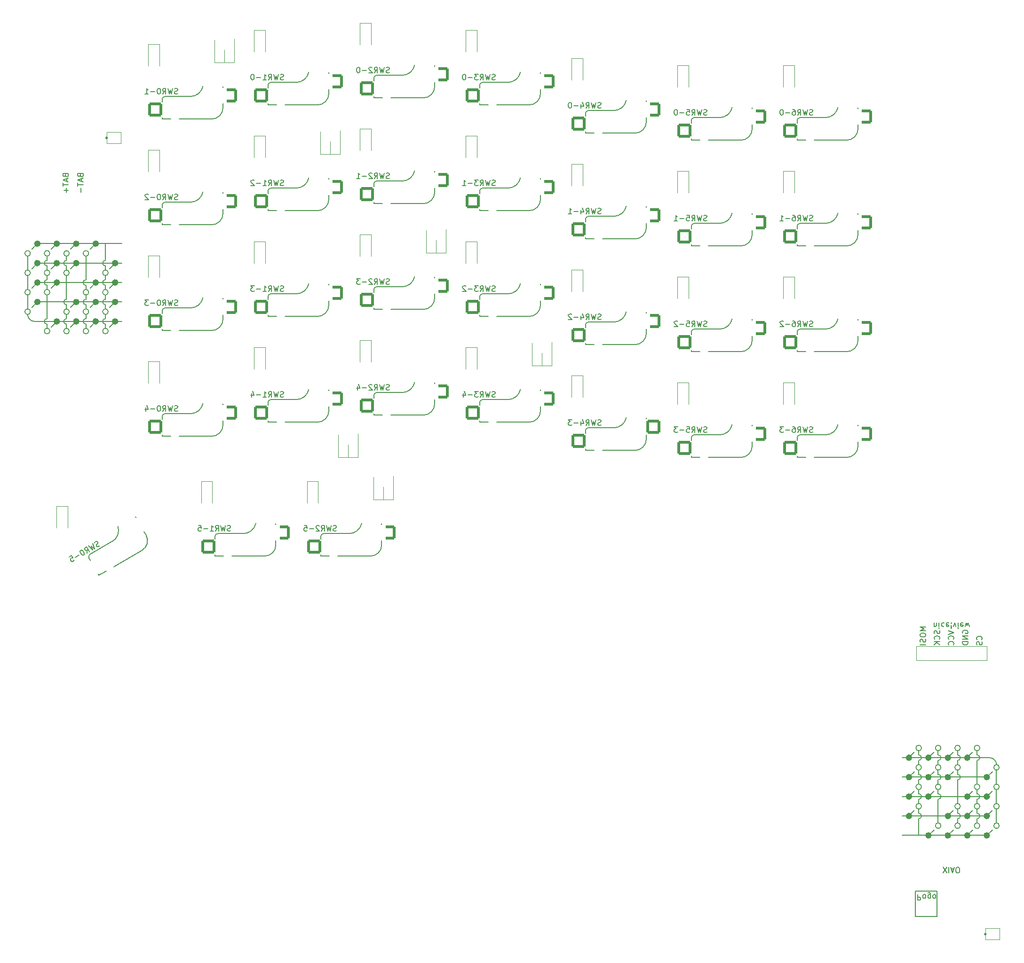
<source format=gbr>
%TF.GenerationSoftware,KiCad,Pcbnew,(6.0.7-1)-1*%
%TF.CreationDate,2023-01-14T16:38:51+08:00*%
%TF.ProjectId,prelude,7072656c-7564-4652-9e6b-696361645f70,rev?*%
%TF.SameCoordinates,Original*%
%TF.FileFunction,Legend,Bot*%
%TF.FilePolarity,Positive*%
%FSLAX46Y46*%
G04 Gerber Fmt 4.6, Leading zero omitted, Abs format (unit mm)*
G04 Created by KiCad (PCBNEW (6.0.7-1)-1) date 2023-01-14 16:38:51*
%MOMM*%
%LPD*%
G01*
G04 APERTURE LIST*
G04 Aperture macros list*
%AMRoundRect*
0 Rectangle with rounded corners*
0 $1 Rounding radius*
0 $2 $3 $4 $5 $6 $7 $8 $9 X,Y pos of 4 corners*
0 Add a 4 corners polygon primitive as box body*
4,1,4,$2,$3,$4,$5,$6,$7,$8,$9,$2,$3,0*
0 Add four circle primitives for the rounded corners*
1,1,$1+$1,$2,$3*
1,1,$1+$1,$4,$5*
1,1,$1+$1,$6,$7*
1,1,$1+$1,$8,$9*
0 Add four rect primitives between the rounded corners*
20,1,$1+$1,$2,$3,$4,$5,0*
20,1,$1+$1,$4,$5,$6,$7,0*
20,1,$1+$1,$6,$7,$8,$9,0*
20,1,$1+$1,$8,$9,$2,$3,0*%
%AMRotRect*
0 Rectangle, with rotation*
0 The origin of the aperture is its center*
0 $1 length*
0 $2 width*
0 $3 Rotation angle, in degrees counterclockwise*
0 Add horizontal line*
21,1,$1,$2,0,0,$3*%
%AMFreePoly0*
4,1,27,0.669380,1.507580,0.673100,1.498600,0.673100,-1.498600,0.669380,-1.507580,0.660400,-1.511300,-0.254000,-1.511300,-0.255209,-1.510799,-0.256491,-1.511053,-0.259564,-1.508995,-0.262980,-1.507580,-0.263480,-1.506373,-0.264567,-1.505645,-0.924967,-0.515045,-0.925685,-0.511417,-0.927100,-0.508000,-0.927100,0.508000,-0.925685,0.511417,-0.924967,0.515045,-0.264567,1.505645,-0.263480,1.506373,
-0.262980,1.507580,-0.259564,1.508995,-0.256491,1.511053,-0.255209,1.510799,-0.254000,1.511300,0.660400,1.511300,0.669380,1.507580,0.669380,1.507580,$1*%
G04 Aperture macros list end*
%ADD10C,0.160000*%
%ADD11C,0.580000*%
%ADD12C,0.150000*%
%ADD13C,0.120000*%
%ADD14C,0.254000*%
%ADD15C,3.000000*%
%ADD16C,1.750000*%
%ADD17C,3.987800*%
%ADD18C,3.400000*%
%ADD19RoundRect,0.250000X1.025000X1.000000X-1.025000X1.000000X-1.025000X-1.000000X1.025000X-1.000000X0*%
%ADD20R,2.550000X2.500000*%
%ADD21RoundRect,0.250000X0.387676X1.378525X-1.387676X0.353525X-0.387676X-1.378525X1.387676X-0.353525X0*%
%ADD22RotRect,2.550000X2.500000X210.000000*%
%ADD23R,1.200000X0.900000*%
%ADD24R,1.041400X1.524000*%
%ADD25FreePoly0,90.000000*%
%ADD26C,0.500000*%
%ADD27C,1.752600*%
%ADD28C,2.000000*%
%ADD29C,0.800000*%
%ADD30R,0.800000X1.000000*%
%ADD31R,0.600000X0.600000*%
%ADD32C,2.200000*%
G04 APERTURE END LIST*
D10*
X-11550000Y-118785000D02*
X-11550000Y-118035000D01*
X-7550000Y-114035000D02*
G75*
G03*
X-7550000Y-114035000I-500000J0D01*
G01*
X-11550000Y-116285000D02*
G75*
G03*
X-11550000Y-115285000I0J500000D01*
G01*
X2950000Y-117535000D02*
G75*
G03*
X2950000Y-117535000I-500000J0D01*
G01*
X-11050000Y-117535000D02*
G75*
G03*
X-11050000Y-117535000I-500000J0D01*
G01*
X-550000Y-124535000D02*
G75*
G03*
X-550000Y-124535000I-500000J0D01*
G01*
X-8050000Y-115285000D02*
X-8050000Y-114535000D01*
X1200000Y-112285000D02*
X-6300000Y-112285000D01*
X-1050000Y-111785000D02*
X-1050000Y-111035000D01*
X2450000Y-119785000D02*
X2450000Y-118035000D01*
X-4550000Y-112785000D02*
G75*
G03*
X-4550000Y-111785000I0J500000D01*
G01*
X-550000Y-110535000D02*
G75*
G03*
X-550000Y-110535000I-500000J0D01*
G01*
X-6300000Y-112285000D02*
X-9800000Y-112285000D01*
X-1800000Y-111285000D02*
X-2800000Y-112285000D01*
X-4550000Y-122285000D02*
X-4550000Y-121535000D01*
X-11550000Y-112785000D02*
G75*
G03*
X-11550000Y-111785000I0J500000D01*
G01*
X1700000Y-114785000D02*
X700000Y-115785000D01*
X1700000Y-125285000D02*
X700000Y-126285000D01*
D11*
X990000Y-126285000D02*
G75*
G03*
X990000Y-126285000I-290000J0D01*
G01*
D10*
X-11550000Y-119785000D02*
G75*
G03*
X-11550000Y-118785000I0J500000D01*
G01*
X-550000Y-117535000D02*
G75*
G03*
X-550000Y-117535000I-500000J0D01*
G01*
D11*
X990000Y-115785000D02*
G75*
G03*
X990000Y-115785000I-290000J0D01*
G01*
X-9510000Y-119285000D02*
G75*
G03*
X-9510000Y-119285000I-290000J0D01*
G01*
D10*
X700000Y-115785000D02*
X-9800000Y-115785000D01*
X-12300000Y-114785000D02*
X-13300000Y-115785000D01*
D11*
X-6010000Y-122785000D02*
G75*
G03*
X-6010000Y-122785000I-290000J0D01*
G01*
D10*
X-7550000Y-124535000D02*
G75*
G03*
X-7550000Y-124535000I-500000J0D01*
G01*
X-12300000Y-118285000D02*
X-13300000Y-119285000D01*
D11*
X-13010000Y-112285000D02*
G75*
G03*
X-13010000Y-112285000I-290000J0D01*
G01*
D10*
X-1050000Y-124035000D02*
X-1050000Y-123285000D01*
X-8050000Y-124035000D02*
X-8050000Y-119785000D01*
X-1050000Y-112785000D02*
G75*
G03*
X-1050000Y-111785000I0J500000D01*
G01*
X2450000Y-120535000D02*
X2450000Y-119785000D01*
D11*
X-6010000Y-115785000D02*
G75*
G03*
X-6010000Y-115785000I-290000J0D01*
G01*
D10*
X2450000Y-117035000D02*
X2450000Y-116285000D01*
X-11050000Y-110535000D02*
G75*
G03*
X-11050000Y-110535000I-500000J0D01*
G01*
X1700000Y-121785000D02*
X700000Y-122785000D01*
X2450000Y-113535000D02*
G75*
G03*
X1200000Y-112285000I-1250002J-2D01*
G01*
X-4050000Y-114035000D02*
G75*
G03*
X-4050000Y-114035000I-500000J0D01*
G01*
X-1800000Y-125285000D02*
X-2800000Y-126285000D01*
X-8800000Y-114785000D02*
X-9800000Y-115785000D01*
D11*
X-2510000Y-112285000D02*
G75*
G03*
X-2510000Y-112285000I-290000J0D01*
G01*
D10*
X-5300000Y-121785000D02*
X-6300000Y-122785000D01*
X-1050000Y-122285000D02*
X-1050000Y-121535000D01*
X700000Y-122785000D02*
X-2800000Y-122785000D01*
D11*
X-2510000Y-119285000D02*
G75*
G03*
X-2510000Y-119285000I-290000J0D01*
G01*
X-9510000Y-126285000D02*
G75*
G03*
X-9510000Y-126285000I-290000J0D01*
G01*
X990000Y-122785000D02*
G75*
G03*
X990000Y-122785000I-290000J0D01*
G01*
D10*
X700000Y-126285000D02*
X-2800000Y-126285000D01*
X-9800000Y-119285000D02*
X-13300000Y-119285000D01*
X700000Y-119285000D02*
X-14550000Y-119285000D01*
X-1050000Y-118785000D02*
X-1050000Y-118035000D01*
D11*
X-9510000Y-112285000D02*
G75*
G03*
X-9510000Y-112285000I-290000J0D01*
G01*
D10*
X-8050000Y-112785000D02*
G75*
G03*
X-8050000Y-111785000I0J500000D01*
G01*
X-1050000Y-120535000D02*
X-1050000Y-119785000D01*
X-4550000Y-116285000D02*
G75*
G03*
X-4550000Y-115285000I0J500000D01*
G01*
D11*
X-6010000Y-126285000D02*
G75*
G03*
X-6010000Y-126285000I-290000J0D01*
G01*
D10*
X2450000Y-124035000D02*
X2450000Y-123285000D01*
X-4550000Y-124035000D02*
X-4550000Y-123285000D01*
X-6300000Y-126285000D02*
X-14550000Y-126285000D01*
X-8050000Y-116285000D02*
G75*
G03*
X-8050000Y-115285000I0J500000D01*
G01*
X-550000Y-121035000D02*
G75*
G03*
X-550000Y-121035000I-500000J0D01*
G01*
X2450000Y-116285000D02*
X2450000Y-114535000D01*
D11*
X-2510000Y-122785000D02*
G75*
G03*
X-2510000Y-122785000I-290000J0D01*
G01*
D10*
X-11550000Y-111785000D02*
X-11550000Y-111035000D01*
X-8800000Y-118285000D02*
X-9800000Y-119285000D01*
X-4550000Y-123285000D02*
G75*
G03*
X-4550000Y-122285000I0J500000D01*
G01*
X-11550000Y-122285000D02*
X-11550000Y-121535000D01*
X1700000Y-118285000D02*
X700000Y-119285000D01*
X-4550000Y-111785000D02*
X-4550000Y-111035000D01*
D11*
X-13010000Y-115785000D02*
G75*
G03*
X-13010000Y-115785000I-290000J0D01*
G01*
D10*
X-2800000Y-126285000D02*
X-6300000Y-126285000D01*
X-11550000Y-113535000D02*
X-11550000Y-112785000D01*
X-7550000Y-117535000D02*
G75*
G03*
X-7550000Y-117535000I-500000J0D01*
G01*
X-12300000Y-121785000D02*
X-13300000Y-122785000D01*
X-1050000Y-119785000D02*
G75*
G03*
X-1050000Y-118785000I0J500000D01*
G01*
X-11050000Y-114035000D02*
G75*
G03*
X-11050000Y-114035000I-500000J0D01*
G01*
X2950000Y-121035000D02*
G75*
G03*
X2950000Y-121035000I-500000J0D01*
G01*
X-4550000Y-115285000D02*
X-4550000Y-114535000D01*
X-8050000Y-118785000D02*
X-8050000Y-118035000D01*
X-11550000Y-117035000D02*
X-11550000Y-116285000D01*
D11*
X-6010000Y-112285000D02*
G75*
G03*
X-6010000Y-112285000I-290000J0D01*
G01*
D10*
X-4050000Y-121035000D02*
G75*
G03*
X-4050000Y-121035000I-500000J0D01*
G01*
X-8800000Y-125285000D02*
X-9800000Y-126285000D01*
X-4050000Y-124535000D02*
G75*
G03*
X-4050000Y-124535000I-500000J0D01*
G01*
X2950000Y-114035000D02*
G75*
G03*
X2950000Y-114035000I-500000J0D01*
G01*
X-2800000Y-122785000D02*
X-14550000Y-122785000D01*
X-11550000Y-120535000D02*
X-11550000Y-119785000D01*
X-8050000Y-119785000D02*
G75*
G03*
X-8050000Y-118785000I0J500000D01*
G01*
X-11550000Y-115285000D02*
X-11550000Y-114535000D01*
X-8050000Y-113535000D02*
X-8050000Y-112785000D01*
D11*
X-2510000Y-126285000D02*
G75*
G03*
X-2510000Y-126285000I-290000J0D01*
G01*
D10*
X-4550000Y-113535000D02*
X-4550000Y-112785000D01*
X-1800000Y-118285000D02*
X-2800000Y-119285000D01*
X-1050000Y-123285000D02*
G75*
G03*
X-1050000Y-122285000I0J500000D01*
G01*
X-4550000Y-120535000D02*
X-4550000Y-116285000D01*
X-9800000Y-115785000D02*
X-14550000Y-115785000D01*
X-7550000Y-110535000D02*
G75*
G03*
X-7550000Y-110535000I-500000J0D01*
G01*
X-5300000Y-111285000D02*
X-6300000Y-112285000D01*
D11*
X-13010000Y-119285000D02*
G75*
G03*
X-13010000Y-119285000I-290000J0D01*
G01*
X990000Y-119285000D02*
G75*
G03*
X990000Y-119285000I-290000J0D01*
G01*
D10*
X-1800000Y-121785000D02*
X-2800000Y-122785000D01*
X2450000Y-123285000D02*
X2450000Y-121535000D01*
X2950000Y-124535000D02*
G75*
G03*
X2950000Y-124535000I-500000J0D01*
G01*
X-11050000Y-121035000D02*
G75*
G03*
X-11050000Y-121035000I-500000J0D01*
G01*
X-12300000Y-111285000D02*
X-13300000Y-112285000D01*
X-11550000Y-126285000D02*
X-11550000Y-123285000D01*
X-4050000Y-110535000D02*
G75*
G03*
X-4050000Y-110535000I-500000J0D01*
G01*
X-1050000Y-117035000D02*
X-1050000Y-112785000D01*
D11*
X-9510000Y-115785000D02*
G75*
G03*
X-9510000Y-115785000I-290000J0D01*
G01*
D10*
X-8050000Y-117035000D02*
X-8050000Y-116285000D01*
X-8050000Y-111785000D02*
X-8050000Y-111035000D01*
X-5300000Y-125285000D02*
X-6300000Y-126285000D01*
X-9800000Y-112285000D02*
X-14550000Y-112285000D01*
D11*
X-13010000Y-122785000D02*
G75*
G03*
X-13010000Y-122785000I-290000J0D01*
G01*
D10*
X-8800000Y-111285000D02*
X-9800000Y-112285000D01*
X-11550000Y-123285000D02*
G75*
G03*
X-11550000Y-122285000I0J500000D01*
G01*
X-5300000Y-114785000D02*
X-6300000Y-115785000D01*
D11*
X-159405000Y-19685000D02*
G75*
G03*
X-159405000Y-19685000I-290000J0D01*
G01*
D10*
X-160945000Y-21435000D02*
G75*
G03*
X-160945000Y-21435000I-500000J0D01*
G01*
X-163195000Y-19685000D02*
X-154945000Y-19685000D01*
X-171945000Y-22685000D02*
X-171945000Y-24435000D01*
D11*
X-162905000Y-23185000D02*
G75*
G03*
X-162905000Y-23185000I-290000J0D01*
G01*
D10*
X-171445000Y-21435000D02*
G75*
G03*
X-171445000Y-21435000I-500000J0D01*
G01*
X-171945000Y-21935000D02*
X-171945000Y-22685000D01*
D11*
X-159405000Y-30185000D02*
G75*
G03*
X-159405000Y-30185000I-290000J0D01*
G01*
D10*
X-160695000Y-20685000D02*
X-159695000Y-19685000D01*
X-171195000Y-20685000D02*
X-170195000Y-19685000D01*
X-164945000Y-22685000D02*
G75*
G03*
X-164945000Y-23685000I0J-500000D01*
G01*
X-171445000Y-24935000D02*
G75*
G03*
X-171445000Y-24935000I-500000J0D01*
G01*
D11*
X-169905000Y-19685000D02*
G75*
G03*
X-169905000Y-19685000I-290000J0D01*
G01*
D10*
X-168445000Y-27185000D02*
X-168445000Y-27935000D01*
X-157445000Y-24935000D02*
G75*
G03*
X-157445000Y-24935000I-500000J0D01*
G01*
X-159695000Y-30185000D02*
X-154945000Y-30185000D01*
X-157945000Y-22685000D02*
G75*
G03*
X-157945000Y-23685000I0J-500000D01*
G01*
D11*
X-166405000Y-19685000D02*
G75*
G03*
X-166405000Y-19685000I-290000J0D01*
G01*
D10*
X-170195000Y-19685000D02*
X-166695000Y-19685000D01*
X-164195000Y-20685000D02*
X-163195000Y-19685000D01*
X-161445000Y-29685000D02*
G75*
G03*
X-161445000Y-30685000I0J-500000D01*
G01*
X-167945000Y-21435000D02*
G75*
G03*
X-167945000Y-21435000I-500000J0D01*
G01*
X-164945000Y-23685000D02*
X-164945000Y-24435000D01*
X-164195000Y-24185000D02*
X-163195000Y-23185000D01*
X-157195000Y-27685000D02*
X-156195000Y-26685000D01*
X-164945000Y-34185000D02*
X-164945000Y-34935000D01*
D11*
X-162905000Y-19685000D02*
G75*
G03*
X-162905000Y-19685000I-290000J0D01*
G01*
D10*
X-164945000Y-32435000D02*
X-164945000Y-33185000D01*
X-164195000Y-34685000D02*
X-163195000Y-33685000D01*
X-166695000Y-19685000D02*
X-163195000Y-19685000D01*
X-161445000Y-33185000D02*
G75*
G03*
X-161445000Y-34185000I0J-500000D01*
G01*
X-157195000Y-34685000D02*
X-156195000Y-33685000D01*
X-161445000Y-32435000D02*
X-161445000Y-33185000D01*
X-167945000Y-24935000D02*
G75*
G03*
X-167945000Y-24935000I-500000J0D01*
G01*
X-167695000Y-20685000D02*
X-166695000Y-19685000D01*
X-168445000Y-28935000D02*
X-168445000Y-33185000D01*
X-164945000Y-21935000D02*
X-164945000Y-22685000D01*
X-171445000Y-31935000D02*
G75*
G03*
X-171445000Y-31935000I-500000J0D01*
G01*
X-161445000Y-28935000D02*
X-161445000Y-29685000D01*
D11*
X-155905000Y-23185000D02*
G75*
G03*
X-155905000Y-23185000I-290000J0D01*
G01*
D10*
X-168445000Y-23685000D02*
X-168445000Y-24435000D01*
D11*
X-169905000Y-23185000D02*
G75*
G03*
X-169905000Y-23185000I-290000J0D01*
G01*
D10*
X-170695000Y-33685000D02*
X-163195000Y-33685000D01*
X-157945000Y-27185000D02*
X-157945000Y-27935000D01*
X-167695000Y-27685000D02*
X-166695000Y-26685000D01*
X-170195000Y-30185000D02*
X-159695000Y-30185000D01*
X-171445000Y-28435000D02*
G75*
G03*
X-171445000Y-28435000I-500000J0D01*
G01*
X-168445000Y-25435000D02*
X-168445000Y-26185000D01*
X-168445000Y-21935000D02*
X-168445000Y-22685000D01*
X-164945000Y-25435000D02*
X-164945000Y-29685000D01*
X-157945000Y-28935000D02*
X-157945000Y-29685000D01*
X-164445000Y-31935000D02*
G75*
G03*
X-164445000Y-31935000I-500000J0D01*
G01*
D11*
X-166405000Y-26685000D02*
G75*
G03*
X-166405000Y-26685000I-290000J0D01*
G01*
D10*
X-171195000Y-27685000D02*
X-170195000Y-26685000D01*
X-168445000Y-22685000D02*
G75*
G03*
X-168445000Y-23685000I0J-500000D01*
G01*
X-168445000Y-26185000D02*
G75*
G03*
X-168445000Y-27185000I0J-500000D01*
G01*
X-164945000Y-30685000D02*
X-164945000Y-31435000D01*
X-157945000Y-29685000D02*
G75*
G03*
X-157945000Y-30685000I0J-500000D01*
G01*
X-160945000Y-28435000D02*
G75*
G03*
X-160945000Y-28435000I-500000J0D01*
G01*
X-161445000Y-34185000D02*
X-161445000Y-34935000D01*
D11*
X-155905000Y-30185000D02*
G75*
G03*
X-155905000Y-30185000I-290000J0D01*
G01*
D10*
X-170195000Y-23185000D02*
X-166695000Y-23185000D01*
X-157445000Y-31935000D02*
G75*
G03*
X-157445000Y-31935000I-500000J0D01*
G01*
X-160695000Y-34685000D02*
X-159695000Y-33685000D01*
X-161445000Y-26185000D02*
G75*
G03*
X-161445000Y-27185000I0J-500000D01*
G01*
X-161445000Y-27185000D02*
X-161445000Y-27935000D01*
X-157195000Y-24185000D02*
X-156195000Y-23185000D01*
X-157445000Y-28435000D02*
G75*
G03*
X-157445000Y-28435000I-500000J0D01*
G01*
X-171945000Y-29685000D02*
X-171945000Y-31435000D01*
D11*
X-159405000Y-26685000D02*
G75*
G03*
X-159405000Y-26685000I-290000J0D01*
G01*
D10*
X-164945000Y-33185000D02*
G75*
G03*
X-164945000Y-34185000I0J-500000D01*
G01*
X-160695000Y-27685000D02*
X-159695000Y-26685000D01*
X-171945000Y-32435000D02*
G75*
G03*
X-170695000Y-33685000I1250000J0D01*
G01*
X-157445000Y-35435000D02*
G75*
G03*
X-157445000Y-35435000I-500000J0D01*
G01*
D11*
X-166405000Y-33685000D02*
G75*
G03*
X-166405000Y-33685000I-290000J0D01*
G01*
D10*
X-171945000Y-25435000D02*
X-171945000Y-26185000D01*
X-164445000Y-24935000D02*
G75*
G03*
X-164445000Y-24935000I-500000J0D01*
G01*
X-160695000Y-31185000D02*
X-159695000Y-30185000D01*
D11*
X-159405000Y-33685000D02*
G75*
G03*
X-159405000Y-33685000I-290000J0D01*
G01*
D10*
X-168445000Y-34185000D02*
X-168445000Y-34935000D01*
X-161445000Y-30685000D02*
X-161445000Y-31435000D01*
X-164445000Y-21435000D02*
G75*
G03*
X-164445000Y-21435000I-500000J0D01*
G01*
X-157945000Y-33185000D02*
G75*
G03*
X-157945000Y-34185000I0J-500000D01*
G01*
X-157945000Y-25435000D02*
X-157945000Y-26185000D01*
X-168445000Y-33185000D02*
G75*
G03*
X-168445000Y-34185000I0J-500000D01*
G01*
X-159695000Y-26685000D02*
X-156195000Y-26685000D01*
D11*
X-155905000Y-33685000D02*
G75*
G03*
X-155905000Y-33685000I-290000J0D01*
G01*
D10*
X-157945000Y-26185000D02*
G75*
G03*
X-157945000Y-27185000I0J-500000D01*
G01*
X-160945000Y-31935000D02*
G75*
G03*
X-160945000Y-31935000I-500000J0D01*
G01*
D11*
X-169905000Y-26685000D02*
G75*
G03*
X-169905000Y-26685000I-290000J0D01*
G01*
D10*
X-157945000Y-23685000D02*
X-157945000Y-24435000D01*
X-171945000Y-28935000D02*
X-171945000Y-29685000D01*
X-167695000Y-24185000D02*
X-166695000Y-23185000D01*
X-161445000Y-21935000D02*
X-161445000Y-26185000D01*
X-167945000Y-35435000D02*
G75*
G03*
X-167945000Y-35435000I-500000J0D01*
G01*
X-159695000Y-33685000D02*
X-154945000Y-33685000D01*
X-163195000Y-33685000D02*
X-159695000Y-33685000D01*
X-171195000Y-31185000D02*
X-170195000Y-30185000D01*
X-164195000Y-31185000D02*
X-163195000Y-30185000D01*
D11*
X-169905000Y-30185000D02*
G75*
G03*
X-169905000Y-30185000I-290000J0D01*
G01*
D10*
X-171945000Y-26185000D02*
X-171945000Y-27935000D01*
X-164945000Y-29685000D02*
G75*
G03*
X-164945000Y-30685000I0J-500000D01*
G01*
X-157945000Y-32435000D02*
X-157945000Y-33185000D01*
X-164445000Y-35435000D02*
G75*
G03*
X-164445000Y-35435000I-500000J0D01*
G01*
D11*
X-155905000Y-26685000D02*
G75*
G03*
X-155905000Y-26685000I-290000J0D01*
G01*
D10*
X-167695000Y-34685000D02*
X-166695000Y-33685000D01*
X-157945000Y-34185000D02*
X-157945000Y-34935000D01*
D11*
X-162905000Y-30185000D02*
G75*
G03*
X-162905000Y-30185000I-290000J0D01*
G01*
D10*
X-171195000Y-24185000D02*
X-170195000Y-23185000D01*
X-157945000Y-19685000D02*
X-157945000Y-22685000D01*
X-166695000Y-23185000D02*
X-154945000Y-23185000D01*
X-167945000Y-28435000D02*
G75*
G03*
X-167945000Y-28435000I-500000J0D01*
G01*
X-157945000Y-30685000D02*
X-157945000Y-31435000D01*
D11*
X-166405000Y-23185000D02*
G75*
G03*
X-166405000Y-23185000I-290000J0D01*
G01*
D10*
X-160945000Y-35435000D02*
G75*
G03*
X-160945000Y-35435000I-500000J0D01*
G01*
X-170195000Y-26685000D02*
X-154945000Y-26685000D01*
D11*
X-162905000Y-33685000D02*
G75*
G03*
X-162905000Y-33685000I-290000J0D01*
G01*
D10*
X-157195000Y-31185000D02*
X-156195000Y-30185000D01*
X-162471428Y-7375428D02*
X-162423809Y-7518285D01*
X-162376190Y-7565904D01*
X-162280952Y-7613523D01*
X-162138095Y-7613523D01*
X-162042857Y-7565904D01*
X-161995238Y-7518285D01*
X-161947619Y-7423047D01*
X-161947619Y-7042095D01*
X-162947619Y-7042095D01*
X-162947619Y-7375428D01*
X-162900000Y-7470666D01*
X-162852380Y-7518285D01*
X-162757142Y-7565904D01*
X-162661904Y-7565904D01*
X-162566666Y-7518285D01*
X-162519047Y-7470666D01*
X-162471428Y-7375428D01*
X-162471428Y-7042095D01*
X-162233333Y-7994476D02*
X-162233333Y-8470666D01*
X-161947619Y-7899238D02*
X-162947619Y-8232571D01*
X-161947619Y-8565904D01*
X-162947619Y-8756380D02*
X-162947619Y-9327809D01*
X-161947619Y-9042095D02*
X-162947619Y-9042095D01*
X-162328571Y-9661142D02*
X-162328571Y-10423047D01*
X-165121428Y-7375428D02*
X-165073809Y-7518285D01*
X-165026190Y-7565904D01*
X-164930952Y-7613523D01*
X-164788095Y-7613523D01*
X-164692857Y-7565904D01*
X-164645238Y-7518285D01*
X-164597619Y-7423047D01*
X-164597619Y-7042095D01*
X-165597619Y-7042095D01*
X-165597619Y-7375428D01*
X-165550000Y-7470666D01*
X-165502380Y-7518285D01*
X-165407142Y-7565904D01*
X-165311904Y-7565904D01*
X-165216666Y-7518285D01*
X-165169047Y-7470666D01*
X-165121428Y-7375428D01*
X-165121428Y-7042095D01*
X-164883333Y-7994476D02*
X-164883333Y-8470666D01*
X-164597619Y-7899238D02*
X-165597619Y-8232571D01*
X-164597619Y-8565904D01*
X-165597619Y-8756380D02*
X-165597619Y-9327809D01*
X-164597619Y-9042095D02*
X-165597619Y-9042095D01*
X-164978571Y-9661142D02*
X-164978571Y-10423047D01*
X-164597619Y-10042095D02*
X-165359523Y-10042095D01*
X-11759047Y-136947619D02*
X-11759047Y-137947619D01*
X-11378095Y-137947619D01*
X-11282857Y-137900000D01*
X-11235238Y-137852380D01*
X-11187619Y-137757142D01*
X-11187619Y-137614285D01*
X-11235238Y-137519047D01*
X-11282857Y-137471428D01*
X-11378095Y-137423809D01*
X-11759047Y-137423809D01*
X-10616190Y-136947619D02*
X-10711428Y-136995238D01*
X-10759047Y-137042857D01*
X-10806666Y-137138095D01*
X-10806666Y-137423809D01*
X-10759047Y-137519047D01*
X-10711428Y-137566666D01*
X-10616190Y-137614285D01*
X-10473333Y-137614285D01*
X-10378095Y-137566666D01*
X-10330476Y-137519047D01*
X-10282857Y-137423809D01*
X-10282857Y-137138095D01*
X-10330476Y-137042857D01*
X-10378095Y-136995238D01*
X-10473333Y-136947619D01*
X-10616190Y-136947619D01*
X-9425714Y-137614285D02*
X-9425714Y-136804761D01*
X-9473333Y-136709523D01*
X-9520952Y-136661904D01*
X-9616190Y-136614285D01*
X-9759047Y-136614285D01*
X-9854285Y-136661904D01*
X-9425714Y-136995238D02*
X-9520952Y-136947619D01*
X-9711428Y-136947619D01*
X-9806666Y-136995238D01*
X-9854285Y-137042857D01*
X-9901904Y-137138095D01*
X-9901904Y-137423809D01*
X-9854285Y-137519047D01*
X-9806666Y-137566666D01*
X-9711428Y-137614285D01*
X-9520952Y-137614285D01*
X-9425714Y-137566666D01*
X-8806666Y-136947619D02*
X-8901904Y-136995238D01*
X-8949523Y-137042857D01*
X-8997142Y-137138095D01*
X-8997142Y-137423809D01*
X-8949523Y-137519047D01*
X-8901904Y-137566666D01*
X-8806666Y-137614285D01*
X-8663809Y-137614285D01*
X-8568571Y-137566666D01*
X-8520952Y-137519047D01*
X-8473333Y-137423809D01*
X-8473333Y-137138095D01*
X-8520952Y-137042857D01*
X-8568571Y-136995238D01*
X-8663809Y-136947619D01*
X-8806666Y-136947619D01*
X-8240000Y-136300000D02*
X-12140000Y-136300000D01*
X-12140000Y-136300000D02*
X-12140000Y-140900000D01*
X-12140000Y-140900000D02*
X-8240000Y-140900000D01*
X-8240000Y-140900000D02*
X-8240000Y-136300000D01*
D12*
%TO.C,SWR4-2*%
X-68740976Y-33297761D02*
X-68883833Y-33345380D01*
X-69121928Y-33345380D01*
X-69217166Y-33297761D01*
X-69264785Y-33250142D01*
X-69312404Y-33154904D01*
X-69312404Y-33059666D01*
X-69264785Y-32964428D01*
X-69217166Y-32916809D01*
X-69121928Y-32869190D01*
X-68931452Y-32821571D01*
X-68836214Y-32773952D01*
X-68788595Y-32726333D01*
X-68740976Y-32631095D01*
X-68740976Y-32535857D01*
X-68788595Y-32440619D01*
X-68836214Y-32393000D01*
X-68931452Y-32345380D01*
X-69169547Y-32345380D01*
X-69312404Y-32393000D01*
X-69645738Y-32345380D02*
X-69883833Y-33345380D01*
X-70074309Y-32631095D01*
X-70264785Y-33345380D01*
X-70502880Y-32345380D01*
X-71455261Y-33345380D02*
X-71121928Y-32869190D01*
X-70883833Y-33345380D02*
X-70883833Y-32345380D01*
X-71264785Y-32345380D01*
X-71360023Y-32393000D01*
X-71407642Y-32440619D01*
X-71455261Y-32535857D01*
X-71455261Y-32678714D01*
X-71407642Y-32773952D01*
X-71360023Y-32821571D01*
X-71264785Y-32869190D01*
X-70883833Y-32869190D01*
X-72312404Y-32678714D02*
X-72312404Y-33345380D01*
X-72074309Y-32297761D02*
X-71836214Y-33012047D01*
X-72455261Y-33012047D01*
X-72836214Y-32964428D02*
X-73598119Y-32964428D01*
X-74026690Y-32440619D02*
X-74074309Y-32393000D01*
X-74169547Y-32345380D01*
X-74407642Y-32345380D01*
X-74502880Y-32393000D01*
X-74550500Y-32440619D01*
X-74598119Y-32535857D01*
X-74598119Y-32631095D01*
X-74550500Y-32773952D01*
X-73979071Y-33345380D01*
X-74598119Y-33345380D01*
%TO.C,SWR2-4*%
X-106840976Y-45997761D02*
X-106983833Y-46045380D01*
X-107221928Y-46045380D01*
X-107317166Y-45997761D01*
X-107364785Y-45950142D01*
X-107412404Y-45854904D01*
X-107412404Y-45759666D01*
X-107364785Y-45664428D01*
X-107317166Y-45616809D01*
X-107221928Y-45569190D01*
X-107031452Y-45521571D01*
X-106936214Y-45473952D01*
X-106888595Y-45426333D01*
X-106840976Y-45331095D01*
X-106840976Y-45235857D01*
X-106888595Y-45140619D01*
X-106936214Y-45093000D01*
X-107031452Y-45045380D01*
X-107269547Y-45045380D01*
X-107412404Y-45093000D01*
X-107745738Y-45045380D02*
X-107983833Y-46045380D01*
X-108174309Y-45331095D01*
X-108364785Y-46045380D01*
X-108602880Y-45045380D01*
X-109555261Y-46045380D02*
X-109221928Y-45569190D01*
X-108983833Y-46045380D02*
X-108983833Y-45045380D01*
X-109364785Y-45045380D01*
X-109460023Y-45093000D01*
X-109507642Y-45140619D01*
X-109555261Y-45235857D01*
X-109555261Y-45378714D01*
X-109507642Y-45473952D01*
X-109460023Y-45521571D01*
X-109364785Y-45569190D01*
X-108983833Y-45569190D01*
X-109936214Y-45140619D02*
X-109983833Y-45093000D01*
X-110079071Y-45045380D01*
X-110317166Y-45045380D01*
X-110412404Y-45093000D01*
X-110460023Y-45140619D01*
X-110507642Y-45235857D01*
X-110507642Y-45331095D01*
X-110460023Y-45473952D01*
X-109888595Y-46045380D01*
X-110507642Y-46045380D01*
X-110936214Y-45664428D02*
X-111698119Y-45664428D01*
X-112602880Y-45378714D02*
X-112602880Y-46045380D01*
X-112364785Y-44997761D02*
X-112126690Y-45712047D01*
X-112745738Y-45712047D01*
%TO.C,SWR5-2*%
X-49690976Y-34567761D02*
X-49833833Y-34615380D01*
X-50071928Y-34615380D01*
X-50167166Y-34567761D01*
X-50214785Y-34520142D01*
X-50262404Y-34424904D01*
X-50262404Y-34329666D01*
X-50214785Y-34234428D01*
X-50167166Y-34186809D01*
X-50071928Y-34139190D01*
X-49881452Y-34091571D01*
X-49786214Y-34043952D01*
X-49738595Y-33996333D01*
X-49690976Y-33901095D01*
X-49690976Y-33805857D01*
X-49738595Y-33710619D01*
X-49786214Y-33663000D01*
X-49881452Y-33615380D01*
X-50119547Y-33615380D01*
X-50262404Y-33663000D01*
X-50595738Y-33615380D02*
X-50833833Y-34615380D01*
X-51024309Y-33901095D01*
X-51214785Y-34615380D01*
X-51452880Y-33615380D01*
X-52405261Y-34615380D02*
X-52071928Y-34139190D01*
X-51833833Y-34615380D02*
X-51833833Y-33615380D01*
X-52214785Y-33615380D01*
X-52310023Y-33663000D01*
X-52357642Y-33710619D01*
X-52405261Y-33805857D01*
X-52405261Y-33948714D01*
X-52357642Y-34043952D01*
X-52310023Y-34091571D01*
X-52214785Y-34139190D01*
X-51833833Y-34139190D01*
X-53310023Y-33615380D02*
X-52833833Y-33615380D01*
X-52786214Y-34091571D01*
X-52833833Y-34043952D01*
X-52929071Y-33996333D01*
X-53167166Y-33996333D01*
X-53262404Y-34043952D01*
X-53310023Y-34091571D01*
X-53357642Y-34186809D01*
X-53357642Y-34424904D01*
X-53310023Y-34520142D01*
X-53262404Y-34567761D01*
X-53167166Y-34615380D01*
X-52929071Y-34615380D01*
X-52833833Y-34567761D01*
X-52786214Y-34520142D01*
X-53786214Y-34234428D02*
X-54548119Y-34234428D01*
X-54976690Y-33710619D02*
X-55024309Y-33663000D01*
X-55119547Y-33615380D01*
X-55357642Y-33615380D01*
X-55452880Y-33663000D01*
X-55500500Y-33710619D01*
X-55548119Y-33805857D01*
X-55548119Y-33901095D01*
X-55500500Y-34043952D01*
X-54929071Y-34615380D01*
X-55548119Y-34615380D01*
%TO.C,SWR1-0*%
X-125890976Y9882238D02*
X-126033833Y9834619D01*
X-126271928Y9834619D01*
X-126367166Y9882238D01*
X-126414785Y9929857D01*
X-126462404Y10025095D01*
X-126462404Y10120333D01*
X-126414785Y10215571D01*
X-126367166Y10263190D01*
X-126271928Y10310809D01*
X-126081452Y10358428D01*
X-125986214Y10406047D01*
X-125938595Y10453666D01*
X-125890976Y10548904D01*
X-125890976Y10644142D01*
X-125938595Y10739380D01*
X-125986214Y10787000D01*
X-126081452Y10834619D01*
X-126319547Y10834619D01*
X-126462404Y10787000D01*
X-126795738Y10834619D02*
X-127033833Y9834619D01*
X-127224309Y10548904D01*
X-127414785Y9834619D01*
X-127652880Y10834619D01*
X-128605261Y9834619D02*
X-128271928Y10310809D01*
X-128033833Y9834619D02*
X-128033833Y10834619D01*
X-128414785Y10834619D01*
X-128510023Y10787000D01*
X-128557642Y10739380D01*
X-128605261Y10644142D01*
X-128605261Y10501285D01*
X-128557642Y10406047D01*
X-128510023Y10358428D01*
X-128414785Y10310809D01*
X-128033833Y10310809D01*
X-129557642Y9834619D02*
X-128986214Y9834619D01*
X-129271928Y9834619D02*
X-129271928Y10834619D01*
X-129176690Y10691761D01*
X-129081452Y10596523D01*
X-128986214Y10548904D01*
X-129986214Y10215571D02*
X-130748119Y10215571D01*
X-131414785Y10834619D02*
X-131510023Y10834619D01*
X-131605261Y10787000D01*
X-131652880Y10739380D01*
X-131700500Y10644142D01*
X-131748119Y10453666D01*
X-131748119Y10215571D01*
X-131700500Y10025095D01*
X-131652880Y9929857D01*
X-131605261Y9882238D01*
X-131510023Y9834619D01*
X-131414785Y9834619D01*
X-131319547Y9882238D01*
X-131271928Y9929857D01*
X-131224309Y10025095D01*
X-131176690Y10215571D01*
X-131176690Y10453666D01*
X-131224309Y10644142D01*
X-131271928Y10739380D01*
X-131319547Y10787000D01*
X-131414785Y10834619D01*
%TO.C,SWR4-3*%
X-68740976Y-52347761D02*
X-68883833Y-52395380D01*
X-69121928Y-52395380D01*
X-69217166Y-52347761D01*
X-69264785Y-52300142D01*
X-69312404Y-52204904D01*
X-69312404Y-52109666D01*
X-69264785Y-52014428D01*
X-69217166Y-51966809D01*
X-69121928Y-51919190D01*
X-68931452Y-51871571D01*
X-68836214Y-51823952D01*
X-68788595Y-51776333D01*
X-68740976Y-51681095D01*
X-68740976Y-51585857D01*
X-68788595Y-51490619D01*
X-68836214Y-51443000D01*
X-68931452Y-51395380D01*
X-69169547Y-51395380D01*
X-69312404Y-51443000D01*
X-69645738Y-51395380D02*
X-69883833Y-52395380D01*
X-70074309Y-51681095D01*
X-70264785Y-52395380D01*
X-70502880Y-51395380D01*
X-71455261Y-52395380D02*
X-71121928Y-51919190D01*
X-70883833Y-52395380D02*
X-70883833Y-51395380D01*
X-71264785Y-51395380D01*
X-71360023Y-51443000D01*
X-71407642Y-51490619D01*
X-71455261Y-51585857D01*
X-71455261Y-51728714D01*
X-71407642Y-51823952D01*
X-71360023Y-51871571D01*
X-71264785Y-51919190D01*
X-70883833Y-51919190D01*
X-72312404Y-51728714D02*
X-72312404Y-52395380D01*
X-72074309Y-51347761D02*
X-71836214Y-52062047D01*
X-72455261Y-52062047D01*
X-72836214Y-52014428D02*
X-73598119Y-52014428D01*
X-73979071Y-51395380D02*
X-74598119Y-51395380D01*
X-74264785Y-51776333D01*
X-74407642Y-51776333D01*
X-74502880Y-51823952D01*
X-74550500Y-51871571D01*
X-74598119Y-51966809D01*
X-74598119Y-52204904D01*
X-74550500Y-52300142D01*
X-74502880Y-52347761D01*
X-74407642Y-52395380D01*
X-74121928Y-52395380D01*
X-74026690Y-52347761D01*
X-73979071Y-52300142D01*
%TO.C,SWR0-5*%
X-158965448Y-74052477D02*
X-159065357Y-74165145D01*
X-159271553Y-74284192D01*
X-159377841Y-74290572D01*
X-159442890Y-74273142D01*
X-159531748Y-74214473D01*
X-159579368Y-74131994D01*
X-159585747Y-74025706D01*
X-159568317Y-73960657D01*
X-159509648Y-73871799D01*
X-159368501Y-73735322D01*
X-159309832Y-73646463D01*
X-159292402Y-73581415D01*
X-159298782Y-73475126D01*
X-159346401Y-73392648D01*
X-159435259Y-73333979D01*
X-159500308Y-73316549D01*
X-159606596Y-73322929D01*
X-159812792Y-73441976D01*
X-159912701Y-73554644D01*
X-160225186Y-73680072D02*
X-159931382Y-74665145D01*
X-160453482Y-74141793D01*
X-160261296Y-74855621D01*
X-160967493Y-74108643D01*
X-161292279Y-75450859D02*
X-161241699Y-74871799D01*
X-160797407Y-75165145D02*
X-161297407Y-74299119D01*
X-161627322Y-74489595D01*
X-161685991Y-74578454D01*
X-161703421Y-74643503D01*
X-161697041Y-74749791D01*
X-161625612Y-74873509D01*
X-161536754Y-74932178D01*
X-161471705Y-74949607D01*
X-161365417Y-74943228D01*
X-161035503Y-74752752D01*
X-162328390Y-74894357D02*
X-162410869Y-74941976D01*
X-162469538Y-75030835D01*
X-162486968Y-75095883D01*
X-162480588Y-75202172D01*
X-162426589Y-75390938D01*
X-162307541Y-75597135D01*
X-162171064Y-75738283D01*
X-162082206Y-75796952D01*
X-162017157Y-75814381D01*
X-161910869Y-75808002D01*
X-161828390Y-75760383D01*
X-161769721Y-75671524D01*
X-161752291Y-75606475D01*
X-161758671Y-75500187D01*
X-161812670Y-75311421D01*
X-161931717Y-75105224D01*
X-162068195Y-74964076D01*
X-162157053Y-74905407D01*
X-162222102Y-74887978D01*
X-162328390Y-74894357D01*
X-162678695Y-75811421D02*
X-163338524Y-76192373D01*
X-164472834Y-76132452D02*
X-164060441Y-75894357D01*
X-163781106Y-76282941D01*
X-163846155Y-76265511D01*
X-163952443Y-76271891D01*
X-164158640Y-76390938D01*
X-164217309Y-76479797D01*
X-164234739Y-76544846D01*
X-164228359Y-76651134D01*
X-164109311Y-76857330D01*
X-164020453Y-76915999D01*
X-163955404Y-76933429D01*
X-163849116Y-76927049D01*
X-163642919Y-76808002D01*
X-163584250Y-76719143D01*
X-163566821Y-76654095D01*
%TO.C,SWR5-3*%
X-49690976Y-53617761D02*
X-49833833Y-53665380D01*
X-50071928Y-53665380D01*
X-50167166Y-53617761D01*
X-50214785Y-53570142D01*
X-50262404Y-53474904D01*
X-50262404Y-53379666D01*
X-50214785Y-53284428D01*
X-50167166Y-53236809D01*
X-50071928Y-53189190D01*
X-49881452Y-53141571D01*
X-49786214Y-53093952D01*
X-49738595Y-53046333D01*
X-49690976Y-52951095D01*
X-49690976Y-52855857D01*
X-49738595Y-52760619D01*
X-49786214Y-52713000D01*
X-49881452Y-52665380D01*
X-50119547Y-52665380D01*
X-50262404Y-52713000D01*
X-50595738Y-52665380D02*
X-50833833Y-53665380D01*
X-51024309Y-52951095D01*
X-51214785Y-53665380D01*
X-51452880Y-52665380D01*
X-52405261Y-53665380D02*
X-52071928Y-53189190D01*
X-51833833Y-53665380D02*
X-51833833Y-52665380D01*
X-52214785Y-52665380D01*
X-52310023Y-52713000D01*
X-52357642Y-52760619D01*
X-52405261Y-52855857D01*
X-52405261Y-52998714D01*
X-52357642Y-53093952D01*
X-52310023Y-53141571D01*
X-52214785Y-53189190D01*
X-51833833Y-53189190D01*
X-53310023Y-52665380D02*
X-52833833Y-52665380D01*
X-52786214Y-53141571D01*
X-52833833Y-53093952D01*
X-52929071Y-53046333D01*
X-53167166Y-53046333D01*
X-53262404Y-53093952D01*
X-53310023Y-53141571D01*
X-53357642Y-53236809D01*
X-53357642Y-53474904D01*
X-53310023Y-53570142D01*
X-53262404Y-53617761D01*
X-53167166Y-53665380D01*
X-52929071Y-53665380D01*
X-52833833Y-53617761D01*
X-52786214Y-53570142D01*
X-53786214Y-53284428D02*
X-54548119Y-53284428D01*
X-54929071Y-52665380D02*
X-55548119Y-52665380D01*
X-55214785Y-53046333D01*
X-55357642Y-53046333D01*
X-55452880Y-53093952D01*
X-55500500Y-53141571D01*
X-55548119Y-53236809D01*
X-55548119Y-53474904D01*
X-55500500Y-53570142D01*
X-55452880Y-53617761D01*
X-55357642Y-53665380D01*
X-55071928Y-53665380D01*
X-54976690Y-53617761D01*
X-54929071Y-53570142D01*
%TO.C,SWR3-2*%
X-87790976Y-28217761D02*
X-87933833Y-28265380D01*
X-88171928Y-28265380D01*
X-88267166Y-28217761D01*
X-88314785Y-28170142D01*
X-88362404Y-28074904D01*
X-88362404Y-27979666D01*
X-88314785Y-27884428D01*
X-88267166Y-27836809D01*
X-88171928Y-27789190D01*
X-87981452Y-27741571D01*
X-87886214Y-27693952D01*
X-87838595Y-27646333D01*
X-87790976Y-27551095D01*
X-87790976Y-27455857D01*
X-87838595Y-27360619D01*
X-87886214Y-27313000D01*
X-87981452Y-27265380D01*
X-88219547Y-27265380D01*
X-88362404Y-27313000D01*
X-88695738Y-27265380D02*
X-88933833Y-28265380D01*
X-89124309Y-27551095D01*
X-89314785Y-28265380D01*
X-89552880Y-27265380D01*
X-90505261Y-28265380D02*
X-90171928Y-27789190D01*
X-89933833Y-28265380D02*
X-89933833Y-27265380D01*
X-90314785Y-27265380D01*
X-90410023Y-27313000D01*
X-90457642Y-27360619D01*
X-90505261Y-27455857D01*
X-90505261Y-27598714D01*
X-90457642Y-27693952D01*
X-90410023Y-27741571D01*
X-90314785Y-27789190D01*
X-89933833Y-27789190D01*
X-90838595Y-27265380D02*
X-91457642Y-27265380D01*
X-91124309Y-27646333D01*
X-91267166Y-27646333D01*
X-91362404Y-27693952D01*
X-91410023Y-27741571D01*
X-91457642Y-27836809D01*
X-91457642Y-28074904D01*
X-91410023Y-28170142D01*
X-91362404Y-28217761D01*
X-91267166Y-28265380D01*
X-90981452Y-28265380D01*
X-90886214Y-28217761D01*
X-90838595Y-28170142D01*
X-91886214Y-27884428D02*
X-92648119Y-27884428D01*
X-93076690Y-27360619D02*
X-93124309Y-27313000D01*
X-93219547Y-27265380D01*
X-93457642Y-27265380D01*
X-93552880Y-27313000D01*
X-93600500Y-27360619D01*
X-93648119Y-27455857D01*
X-93648119Y-27551095D01*
X-93600500Y-27693952D01*
X-93029071Y-28265380D01*
X-93648119Y-28265380D01*
%TO.C,SWR2-0*%
X-106840976Y11152238D02*
X-106983833Y11104619D01*
X-107221928Y11104619D01*
X-107317166Y11152238D01*
X-107364785Y11199857D01*
X-107412404Y11295095D01*
X-107412404Y11390333D01*
X-107364785Y11485571D01*
X-107317166Y11533190D01*
X-107221928Y11580809D01*
X-107031452Y11628428D01*
X-106936214Y11676047D01*
X-106888595Y11723666D01*
X-106840976Y11818904D01*
X-106840976Y11914142D01*
X-106888595Y12009380D01*
X-106936214Y12057000D01*
X-107031452Y12104619D01*
X-107269547Y12104619D01*
X-107412404Y12057000D01*
X-107745738Y12104619D02*
X-107983833Y11104619D01*
X-108174309Y11818904D01*
X-108364785Y11104619D01*
X-108602880Y12104619D01*
X-109555261Y11104619D02*
X-109221928Y11580809D01*
X-108983833Y11104619D02*
X-108983833Y12104619D01*
X-109364785Y12104619D01*
X-109460023Y12057000D01*
X-109507642Y12009380D01*
X-109555261Y11914142D01*
X-109555261Y11771285D01*
X-109507642Y11676047D01*
X-109460023Y11628428D01*
X-109364785Y11580809D01*
X-108983833Y11580809D01*
X-109936214Y12009380D02*
X-109983833Y12057000D01*
X-110079071Y12104619D01*
X-110317166Y12104619D01*
X-110412404Y12057000D01*
X-110460023Y12009380D01*
X-110507642Y11914142D01*
X-110507642Y11818904D01*
X-110460023Y11676047D01*
X-109888595Y11104619D01*
X-110507642Y11104619D01*
X-110936214Y11485571D02*
X-111698119Y11485571D01*
X-112364785Y12104619D02*
X-112460023Y12104619D01*
X-112555261Y12057000D01*
X-112602880Y12009380D01*
X-112650500Y11914142D01*
X-112698119Y11723666D01*
X-112698119Y11485571D01*
X-112650500Y11295095D01*
X-112602880Y11199857D01*
X-112555261Y11152238D01*
X-112460023Y11104619D01*
X-112364785Y11104619D01*
X-112269547Y11152238D01*
X-112221928Y11199857D01*
X-112174309Y11295095D01*
X-112126690Y11485571D01*
X-112126690Y11723666D01*
X-112174309Y11914142D01*
X-112221928Y12009380D01*
X-112269547Y12057000D01*
X-112364785Y12104619D01*
%TO.C,SWR6-0*%
X-30640976Y3532238D02*
X-30783833Y3484619D01*
X-31021928Y3484619D01*
X-31117166Y3532238D01*
X-31164785Y3579857D01*
X-31212404Y3675095D01*
X-31212404Y3770333D01*
X-31164785Y3865571D01*
X-31117166Y3913190D01*
X-31021928Y3960809D01*
X-30831452Y4008428D01*
X-30736214Y4056047D01*
X-30688595Y4103666D01*
X-30640976Y4198904D01*
X-30640976Y4294142D01*
X-30688595Y4389380D01*
X-30736214Y4437000D01*
X-30831452Y4484619D01*
X-31069547Y4484619D01*
X-31212404Y4437000D01*
X-31545738Y4484619D02*
X-31783833Y3484619D01*
X-31974309Y4198904D01*
X-32164785Y3484619D01*
X-32402880Y4484619D01*
X-33355261Y3484619D02*
X-33021928Y3960809D01*
X-32783833Y3484619D02*
X-32783833Y4484619D01*
X-33164785Y4484619D01*
X-33260023Y4437000D01*
X-33307642Y4389380D01*
X-33355261Y4294142D01*
X-33355261Y4151285D01*
X-33307642Y4056047D01*
X-33260023Y4008428D01*
X-33164785Y3960809D01*
X-32783833Y3960809D01*
X-34212404Y4484619D02*
X-34021928Y4484619D01*
X-33926690Y4437000D01*
X-33879071Y4389380D01*
X-33783833Y4246523D01*
X-33736214Y4056047D01*
X-33736214Y3675095D01*
X-33783833Y3579857D01*
X-33831452Y3532238D01*
X-33926690Y3484619D01*
X-34117166Y3484619D01*
X-34212404Y3532238D01*
X-34260023Y3579857D01*
X-34307642Y3675095D01*
X-34307642Y3913190D01*
X-34260023Y4008428D01*
X-34212404Y4056047D01*
X-34117166Y4103666D01*
X-33926690Y4103666D01*
X-33831452Y4056047D01*
X-33783833Y4008428D01*
X-33736214Y3913190D01*
X-34736214Y3865571D02*
X-35498119Y3865571D01*
X-36164785Y4484619D02*
X-36260023Y4484619D01*
X-36355261Y4437000D01*
X-36402880Y4389380D01*
X-36450500Y4294142D01*
X-36498119Y4103666D01*
X-36498119Y3865571D01*
X-36450500Y3675095D01*
X-36402880Y3579857D01*
X-36355261Y3532238D01*
X-36260023Y3484619D01*
X-36164785Y3484619D01*
X-36069547Y3532238D01*
X-36021928Y3579857D01*
X-35974309Y3675095D01*
X-35926690Y3865571D01*
X-35926690Y4103666D01*
X-35974309Y4294142D01*
X-36021928Y4389380D01*
X-36069547Y4437000D01*
X-36164785Y4484619D01*
%TO.C,SWR0-4*%
X-144940976Y-49807761D02*
X-145083833Y-49855380D01*
X-145321928Y-49855380D01*
X-145417166Y-49807761D01*
X-145464785Y-49760142D01*
X-145512404Y-49664904D01*
X-145512404Y-49569666D01*
X-145464785Y-49474428D01*
X-145417166Y-49426809D01*
X-145321928Y-49379190D01*
X-145131452Y-49331571D01*
X-145036214Y-49283952D01*
X-144988595Y-49236333D01*
X-144940976Y-49141095D01*
X-144940976Y-49045857D01*
X-144988595Y-48950619D01*
X-145036214Y-48903000D01*
X-145131452Y-48855380D01*
X-145369547Y-48855380D01*
X-145512404Y-48903000D01*
X-145845738Y-48855380D02*
X-146083833Y-49855380D01*
X-146274309Y-49141095D01*
X-146464785Y-49855380D01*
X-146702880Y-48855380D01*
X-147655261Y-49855380D02*
X-147321928Y-49379190D01*
X-147083833Y-49855380D02*
X-147083833Y-48855380D01*
X-147464785Y-48855380D01*
X-147560023Y-48903000D01*
X-147607642Y-48950619D01*
X-147655261Y-49045857D01*
X-147655261Y-49188714D01*
X-147607642Y-49283952D01*
X-147560023Y-49331571D01*
X-147464785Y-49379190D01*
X-147083833Y-49379190D01*
X-148274309Y-48855380D02*
X-148369547Y-48855380D01*
X-148464785Y-48903000D01*
X-148512404Y-48950619D01*
X-148560023Y-49045857D01*
X-148607642Y-49236333D01*
X-148607642Y-49474428D01*
X-148560023Y-49664904D01*
X-148512404Y-49760142D01*
X-148464785Y-49807761D01*
X-148369547Y-49855380D01*
X-148274309Y-49855380D01*
X-148179071Y-49807761D01*
X-148131452Y-49760142D01*
X-148083833Y-49664904D01*
X-148036214Y-49474428D01*
X-148036214Y-49236333D01*
X-148083833Y-49045857D01*
X-148131452Y-48950619D01*
X-148179071Y-48903000D01*
X-148274309Y-48855380D01*
X-149036214Y-49474428D02*
X-149798119Y-49474428D01*
X-150702880Y-49188714D02*
X-150702880Y-49855380D01*
X-150464785Y-48807761D02*
X-150226690Y-49522047D01*
X-150845738Y-49522047D01*
%TO.C,SWR1-2*%
X-125890976Y-9167761D02*
X-126033833Y-9215380D01*
X-126271928Y-9215380D01*
X-126367166Y-9167761D01*
X-126414785Y-9120142D01*
X-126462404Y-9024904D01*
X-126462404Y-8929666D01*
X-126414785Y-8834428D01*
X-126367166Y-8786809D01*
X-126271928Y-8739190D01*
X-126081452Y-8691571D01*
X-125986214Y-8643952D01*
X-125938595Y-8596333D01*
X-125890976Y-8501095D01*
X-125890976Y-8405857D01*
X-125938595Y-8310619D01*
X-125986214Y-8263000D01*
X-126081452Y-8215380D01*
X-126319547Y-8215380D01*
X-126462404Y-8263000D01*
X-126795738Y-8215380D02*
X-127033833Y-9215380D01*
X-127224309Y-8501095D01*
X-127414785Y-9215380D01*
X-127652880Y-8215380D01*
X-128605261Y-9215380D02*
X-128271928Y-8739190D01*
X-128033833Y-9215380D02*
X-128033833Y-8215380D01*
X-128414785Y-8215380D01*
X-128510023Y-8263000D01*
X-128557642Y-8310619D01*
X-128605261Y-8405857D01*
X-128605261Y-8548714D01*
X-128557642Y-8643952D01*
X-128510023Y-8691571D01*
X-128414785Y-8739190D01*
X-128033833Y-8739190D01*
X-129557642Y-9215380D02*
X-128986214Y-9215380D01*
X-129271928Y-9215380D02*
X-129271928Y-8215380D01*
X-129176690Y-8358238D01*
X-129081452Y-8453476D01*
X-128986214Y-8501095D01*
X-129986214Y-8834428D02*
X-130748119Y-8834428D01*
X-131176690Y-8310619D02*
X-131224309Y-8263000D01*
X-131319547Y-8215380D01*
X-131557642Y-8215380D01*
X-131652880Y-8263000D01*
X-131700500Y-8310619D01*
X-131748119Y-8405857D01*
X-131748119Y-8501095D01*
X-131700500Y-8643952D01*
X-131129071Y-9215380D01*
X-131748119Y-9215380D01*
%TO.C,SWR5-0*%
X-49690976Y3532238D02*
X-49833833Y3484619D01*
X-50071928Y3484619D01*
X-50167166Y3532238D01*
X-50214785Y3579857D01*
X-50262404Y3675095D01*
X-50262404Y3770333D01*
X-50214785Y3865571D01*
X-50167166Y3913190D01*
X-50071928Y3960809D01*
X-49881452Y4008428D01*
X-49786214Y4056047D01*
X-49738595Y4103666D01*
X-49690976Y4198904D01*
X-49690976Y4294142D01*
X-49738595Y4389380D01*
X-49786214Y4437000D01*
X-49881452Y4484619D01*
X-50119547Y4484619D01*
X-50262404Y4437000D01*
X-50595738Y4484619D02*
X-50833833Y3484619D01*
X-51024309Y4198904D01*
X-51214785Y3484619D01*
X-51452880Y4484619D01*
X-52405261Y3484619D02*
X-52071928Y3960809D01*
X-51833833Y3484619D02*
X-51833833Y4484619D01*
X-52214785Y4484619D01*
X-52310023Y4437000D01*
X-52357642Y4389380D01*
X-52405261Y4294142D01*
X-52405261Y4151285D01*
X-52357642Y4056047D01*
X-52310023Y4008428D01*
X-52214785Y3960809D01*
X-51833833Y3960809D01*
X-53310023Y4484619D02*
X-52833833Y4484619D01*
X-52786214Y4008428D01*
X-52833833Y4056047D01*
X-52929071Y4103666D01*
X-53167166Y4103666D01*
X-53262404Y4056047D01*
X-53310023Y4008428D01*
X-53357642Y3913190D01*
X-53357642Y3675095D01*
X-53310023Y3579857D01*
X-53262404Y3532238D01*
X-53167166Y3484619D01*
X-52929071Y3484619D01*
X-52833833Y3532238D01*
X-52786214Y3579857D01*
X-53786214Y3865571D02*
X-54548119Y3865571D01*
X-55214785Y4484619D02*
X-55310023Y4484619D01*
X-55405261Y4437000D01*
X-55452880Y4389380D01*
X-55500500Y4294142D01*
X-55548119Y4103666D01*
X-55548119Y3865571D01*
X-55500500Y3675095D01*
X-55452880Y3579857D01*
X-55405261Y3532238D01*
X-55310023Y3484619D01*
X-55214785Y3484619D01*
X-55119547Y3532238D01*
X-55071928Y3579857D01*
X-55024309Y3675095D01*
X-54976690Y3865571D01*
X-54976690Y4103666D01*
X-55024309Y4294142D01*
X-55071928Y4389380D01*
X-55119547Y4437000D01*
X-55214785Y4484619D01*
%TO.C,SWR2-5*%
X-116365976Y-71397761D02*
X-116508833Y-71445380D01*
X-116746928Y-71445380D01*
X-116842166Y-71397761D01*
X-116889785Y-71350142D01*
X-116937404Y-71254904D01*
X-116937404Y-71159666D01*
X-116889785Y-71064428D01*
X-116842166Y-71016809D01*
X-116746928Y-70969190D01*
X-116556452Y-70921571D01*
X-116461214Y-70873952D01*
X-116413595Y-70826333D01*
X-116365976Y-70731095D01*
X-116365976Y-70635857D01*
X-116413595Y-70540619D01*
X-116461214Y-70493000D01*
X-116556452Y-70445380D01*
X-116794547Y-70445380D01*
X-116937404Y-70493000D01*
X-117270738Y-70445380D02*
X-117508833Y-71445380D01*
X-117699309Y-70731095D01*
X-117889785Y-71445380D01*
X-118127880Y-70445380D01*
X-119080261Y-71445380D02*
X-118746928Y-70969190D01*
X-118508833Y-71445380D02*
X-118508833Y-70445380D01*
X-118889785Y-70445380D01*
X-118985023Y-70493000D01*
X-119032642Y-70540619D01*
X-119080261Y-70635857D01*
X-119080261Y-70778714D01*
X-119032642Y-70873952D01*
X-118985023Y-70921571D01*
X-118889785Y-70969190D01*
X-118508833Y-70969190D01*
X-119461214Y-70540619D02*
X-119508833Y-70493000D01*
X-119604071Y-70445380D01*
X-119842166Y-70445380D01*
X-119937404Y-70493000D01*
X-119985023Y-70540619D01*
X-120032642Y-70635857D01*
X-120032642Y-70731095D01*
X-119985023Y-70873952D01*
X-119413595Y-71445380D01*
X-120032642Y-71445380D01*
X-120461214Y-71064428D02*
X-121223119Y-71064428D01*
X-122175500Y-70445380D02*
X-121699309Y-70445380D01*
X-121651690Y-70921571D01*
X-121699309Y-70873952D01*
X-121794547Y-70826333D01*
X-122032642Y-70826333D01*
X-122127880Y-70873952D01*
X-122175500Y-70921571D01*
X-122223119Y-71016809D01*
X-122223119Y-71254904D01*
X-122175500Y-71350142D01*
X-122127880Y-71397761D01*
X-122032642Y-71445380D01*
X-121794547Y-71445380D01*
X-121699309Y-71397761D01*
X-121651690Y-71350142D01*
%TO.C,SWR4-0*%
X-68740976Y4802238D02*
X-68883833Y4754619D01*
X-69121928Y4754619D01*
X-69217166Y4802238D01*
X-69264785Y4849857D01*
X-69312404Y4945095D01*
X-69312404Y5040333D01*
X-69264785Y5135571D01*
X-69217166Y5183190D01*
X-69121928Y5230809D01*
X-68931452Y5278428D01*
X-68836214Y5326047D01*
X-68788595Y5373666D01*
X-68740976Y5468904D01*
X-68740976Y5564142D01*
X-68788595Y5659380D01*
X-68836214Y5707000D01*
X-68931452Y5754619D01*
X-69169547Y5754619D01*
X-69312404Y5707000D01*
X-69645738Y5754619D02*
X-69883833Y4754619D01*
X-70074309Y5468904D01*
X-70264785Y4754619D01*
X-70502880Y5754619D01*
X-71455261Y4754619D02*
X-71121928Y5230809D01*
X-70883833Y4754619D02*
X-70883833Y5754619D01*
X-71264785Y5754619D01*
X-71360023Y5707000D01*
X-71407642Y5659380D01*
X-71455261Y5564142D01*
X-71455261Y5421285D01*
X-71407642Y5326047D01*
X-71360023Y5278428D01*
X-71264785Y5230809D01*
X-70883833Y5230809D01*
X-72312404Y5421285D02*
X-72312404Y4754619D01*
X-72074309Y5802238D02*
X-71836214Y5087952D01*
X-72455261Y5087952D01*
X-72836214Y5135571D02*
X-73598119Y5135571D01*
X-74264785Y5754619D02*
X-74360023Y5754619D01*
X-74455261Y5707000D01*
X-74502880Y5659380D01*
X-74550500Y5564142D01*
X-74598119Y5373666D01*
X-74598119Y5135571D01*
X-74550500Y4945095D01*
X-74502880Y4849857D01*
X-74455261Y4802238D01*
X-74360023Y4754619D01*
X-74264785Y4754619D01*
X-74169547Y4802238D01*
X-74121928Y4849857D01*
X-74074309Y4945095D01*
X-74026690Y5135571D01*
X-74026690Y5373666D01*
X-74074309Y5564142D01*
X-74121928Y5659380D01*
X-74169547Y5707000D01*
X-74264785Y5754619D01*
%TO.C,SWR1-5*%
X-135415976Y-71397761D02*
X-135558833Y-71445380D01*
X-135796928Y-71445380D01*
X-135892166Y-71397761D01*
X-135939785Y-71350142D01*
X-135987404Y-71254904D01*
X-135987404Y-71159666D01*
X-135939785Y-71064428D01*
X-135892166Y-71016809D01*
X-135796928Y-70969190D01*
X-135606452Y-70921571D01*
X-135511214Y-70873952D01*
X-135463595Y-70826333D01*
X-135415976Y-70731095D01*
X-135415976Y-70635857D01*
X-135463595Y-70540619D01*
X-135511214Y-70493000D01*
X-135606452Y-70445380D01*
X-135844547Y-70445380D01*
X-135987404Y-70493000D01*
X-136320738Y-70445380D02*
X-136558833Y-71445380D01*
X-136749309Y-70731095D01*
X-136939785Y-71445380D01*
X-137177880Y-70445380D01*
X-138130261Y-71445380D02*
X-137796928Y-70969190D01*
X-137558833Y-71445380D02*
X-137558833Y-70445380D01*
X-137939785Y-70445380D01*
X-138035023Y-70493000D01*
X-138082642Y-70540619D01*
X-138130261Y-70635857D01*
X-138130261Y-70778714D01*
X-138082642Y-70873952D01*
X-138035023Y-70921571D01*
X-137939785Y-70969190D01*
X-137558833Y-70969190D01*
X-139082642Y-71445380D02*
X-138511214Y-71445380D01*
X-138796928Y-71445380D02*
X-138796928Y-70445380D01*
X-138701690Y-70588238D01*
X-138606452Y-70683476D01*
X-138511214Y-70731095D01*
X-139511214Y-71064428D02*
X-140273119Y-71064428D01*
X-141225500Y-70445380D02*
X-140749309Y-70445380D01*
X-140701690Y-70921571D01*
X-140749309Y-70873952D01*
X-140844547Y-70826333D01*
X-141082642Y-70826333D01*
X-141177880Y-70873952D01*
X-141225500Y-70921571D01*
X-141273119Y-71016809D01*
X-141273119Y-71254904D01*
X-141225500Y-71350142D01*
X-141177880Y-71397761D01*
X-141082642Y-71445380D01*
X-140844547Y-71445380D01*
X-140749309Y-71397761D01*
X-140701690Y-71350142D01*
%TO.C,SWR0-3*%
X-144940976Y-30757761D02*
X-145083833Y-30805380D01*
X-145321928Y-30805380D01*
X-145417166Y-30757761D01*
X-145464785Y-30710142D01*
X-145512404Y-30614904D01*
X-145512404Y-30519666D01*
X-145464785Y-30424428D01*
X-145417166Y-30376809D01*
X-145321928Y-30329190D01*
X-145131452Y-30281571D01*
X-145036214Y-30233952D01*
X-144988595Y-30186333D01*
X-144940976Y-30091095D01*
X-144940976Y-29995857D01*
X-144988595Y-29900619D01*
X-145036214Y-29853000D01*
X-145131452Y-29805380D01*
X-145369547Y-29805380D01*
X-145512404Y-29853000D01*
X-145845738Y-29805380D02*
X-146083833Y-30805380D01*
X-146274309Y-30091095D01*
X-146464785Y-30805380D01*
X-146702880Y-29805380D01*
X-147655261Y-30805380D02*
X-147321928Y-30329190D01*
X-147083833Y-30805380D02*
X-147083833Y-29805380D01*
X-147464785Y-29805380D01*
X-147560023Y-29853000D01*
X-147607642Y-29900619D01*
X-147655261Y-29995857D01*
X-147655261Y-30138714D01*
X-147607642Y-30233952D01*
X-147560023Y-30281571D01*
X-147464785Y-30329190D01*
X-147083833Y-30329190D01*
X-148274309Y-29805380D02*
X-148369547Y-29805380D01*
X-148464785Y-29853000D01*
X-148512404Y-29900619D01*
X-148560023Y-29995857D01*
X-148607642Y-30186333D01*
X-148607642Y-30424428D01*
X-148560023Y-30614904D01*
X-148512404Y-30710142D01*
X-148464785Y-30757761D01*
X-148369547Y-30805380D01*
X-148274309Y-30805380D01*
X-148179071Y-30757761D01*
X-148131452Y-30710142D01*
X-148083833Y-30614904D01*
X-148036214Y-30424428D01*
X-148036214Y-30186333D01*
X-148083833Y-29995857D01*
X-148131452Y-29900619D01*
X-148179071Y-29853000D01*
X-148274309Y-29805380D01*
X-149036214Y-30424428D02*
X-149798119Y-30424428D01*
X-150179071Y-29805380D02*
X-150798119Y-29805380D01*
X-150464785Y-30186333D01*
X-150607642Y-30186333D01*
X-150702880Y-30233952D01*
X-150750500Y-30281571D01*
X-150798119Y-30376809D01*
X-150798119Y-30614904D01*
X-150750500Y-30710142D01*
X-150702880Y-30757761D01*
X-150607642Y-30805380D01*
X-150321928Y-30805380D01*
X-150226690Y-30757761D01*
X-150179071Y-30710142D01*
%TO.C,SWR6-1*%
X-30640976Y-15517761D02*
X-30783833Y-15565380D01*
X-31021928Y-15565380D01*
X-31117166Y-15517761D01*
X-31164785Y-15470142D01*
X-31212404Y-15374904D01*
X-31212404Y-15279666D01*
X-31164785Y-15184428D01*
X-31117166Y-15136809D01*
X-31021928Y-15089190D01*
X-30831452Y-15041571D01*
X-30736214Y-14993952D01*
X-30688595Y-14946333D01*
X-30640976Y-14851095D01*
X-30640976Y-14755857D01*
X-30688595Y-14660619D01*
X-30736214Y-14613000D01*
X-30831452Y-14565380D01*
X-31069547Y-14565380D01*
X-31212404Y-14613000D01*
X-31545738Y-14565380D02*
X-31783833Y-15565380D01*
X-31974309Y-14851095D01*
X-32164785Y-15565380D01*
X-32402880Y-14565380D01*
X-33355261Y-15565380D02*
X-33021928Y-15089190D01*
X-32783833Y-15565380D02*
X-32783833Y-14565380D01*
X-33164785Y-14565380D01*
X-33260023Y-14613000D01*
X-33307642Y-14660619D01*
X-33355261Y-14755857D01*
X-33355261Y-14898714D01*
X-33307642Y-14993952D01*
X-33260023Y-15041571D01*
X-33164785Y-15089190D01*
X-32783833Y-15089190D01*
X-34212404Y-14565380D02*
X-34021928Y-14565380D01*
X-33926690Y-14613000D01*
X-33879071Y-14660619D01*
X-33783833Y-14803476D01*
X-33736214Y-14993952D01*
X-33736214Y-15374904D01*
X-33783833Y-15470142D01*
X-33831452Y-15517761D01*
X-33926690Y-15565380D01*
X-34117166Y-15565380D01*
X-34212404Y-15517761D01*
X-34260023Y-15470142D01*
X-34307642Y-15374904D01*
X-34307642Y-15136809D01*
X-34260023Y-15041571D01*
X-34212404Y-14993952D01*
X-34117166Y-14946333D01*
X-33926690Y-14946333D01*
X-33831452Y-14993952D01*
X-33783833Y-15041571D01*
X-33736214Y-15136809D01*
X-34736214Y-15184428D02*
X-35498119Y-15184428D01*
X-36498119Y-15565380D02*
X-35926690Y-15565380D01*
X-36212404Y-15565380D02*
X-36212404Y-14565380D01*
X-36117166Y-14708238D01*
X-36021928Y-14803476D01*
X-35926690Y-14851095D01*
%TO.C,SWR3-4*%
X-87790976Y-47267761D02*
X-87933833Y-47315380D01*
X-88171928Y-47315380D01*
X-88267166Y-47267761D01*
X-88314785Y-47220142D01*
X-88362404Y-47124904D01*
X-88362404Y-47029666D01*
X-88314785Y-46934428D01*
X-88267166Y-46886809D01*
X-88171928Y-46839190D01*
X-87981452Y-46791571D01*
X-87886214Y-46743952D01*
X-87838595Y-46696333D01*
X-87790976Y-46601095D01*
X-87790976Y-46505857D01*
X-87838595Y-46410619D01*
X-87886214Y-46363000D01*
X-87981452Y-46315380D01*
X-88219547Y-46315380D01*
X-88362404Y-46363000D01*
X-88695738Y-46315380D02*
X-88933833Y-47315380D01*
X-89124309Y-46601095D01*
X-89314785Y-47315380D01*
X-89552880Y-46315380D01*
X-90505261Y-47315380D02*
X-90171928Y-46839190D01*
X-89933833Y-47315380D02*
X-89933833Y-46315380D01*
X-90314785Y-46315380D01*
X-90410023Y-46363000D01*
X-90457642Y-46410619D01*
X-90505261Y-46505857D01*
X-90505261Y-46648714D01*
X-90457642Y-46743952D01*
X-90410023Y-46791571D01*
X-90314785Y-46839190D01*
X-89933833Y-46839190D01*
X-90838595Y-46315380D02*
X-91457642Y-46315380D01*
X-91124309Y-46696333D01*
X-91267166Y-46696333D01*
X-91362404Y-46743952D01*
X-91410023Y-46791571D01*
X-91457642Y-46886809D01*
X-91457642Y-47124904D01*
X-91410023Y-47220142D01*
X-91362404Y-47267761D01*
X-91267166Y-47315380D01*
X-90981452Y-47315380D01*
X-90886214Y-47267761D01*
X-90838595Y-47220142D01*
X-91886214Y-46934428D02*
X-92648119Y-46934428D01*
X-93552880Y-46648714D02*
X-93552880Y-47315380D01*
X-93314785Y-46267761D02*
X-93076690Y-46982047D01*
X-93695738Y-46982047D01*
%TO.C,SWR5-1*%
X-49690976Y-15517761D02*
X-49833833Y-15565380D01*
X-50071928Y-15565380D01*
X-50167166Y-15517761D01*
X-50214785Y-15470142D01*
X-50262404Y-15374904D01*
X-50262404Y-15279666D01*
X-50214785Y-15184428D01*
X-50167166Y-15136809D01*
X-50071928Y-15089190D01*
X-49881452Y-15041571D01*
X-49786214Y-14993952D01*
X-49738595Y-14946333D01*
X-49690976Y-14851095D01*
X-49690976Y-14755857D01*
X-49738595Y-14660619D01*
X-49786214Y-14613000D01*
X-49881452Y-14565380D01*
X-50119547Y-14565380D01*
X-50262404Y-14613000D01*
X-50595738Y-14565380D02*
X-50833833Y-15565380D01*
X-51024309Y-14851095D01*
X-51214785Y-15565380D01*
X-51452880Y-14565380D01*
X-52405261Y-15565380D02*
X-52071928Y-15089190D01*
X-51833833Y-15565380D02*
X-51833833Y-14565380D01*
X-52214785Y-14565380D01*
X-52310023Y-14613000D01*
X-52357642Y-14660619D01*
X-52405261Y-14755857D01*
X-52405261Y-14898714D01*
X-52357642Y-14993952D01*
X-52310023Y-15041571D01*
X-52214785Y-15089190D01*
X-51833833Y-15089190D01*
X-53310023Y-14565380D02*
X-52833833Y-14565380D01*
X-52786214Y-15041571D01*
X-52833833Y-14993952D01*
X-52929071Y-14946333D01*
X-53167166Y-14946333D01*
X-53262404Y-14993952D01*
X-53310023Y-15041571D01*
X-53357642Y-15136809D01*
X-53357642Y-15374904D01*
X-53310023Y-15470142D01*
X-53262404Y-15517761D01*
X-53167166Y-15565380D01*
X-52929071Y-15565380D01*
X-52833833Y-15517761D01*
X-52786214Y-15470142D01*
X-53786214Y-15184428D02*
X-54548119Y-15184428D01*
X-55548119Y-15565380D02*
X-54976690Y-15565380D01*
X-55262404Y-15565380D02*
X-55262404Y-14565380D01*
X-55167166Y-14708238D01*
X-55071928Y-14803476D01*
X-54976690Y-14851095D01*
%TO.C,SWR3-1*%
X-87790976Y-9167761D02*
X-87933833Y-9215380D01*
X-88171928Y-9215380D01*
X-88267166Y-9167761D01*
X-88314785Y-9120142D01*
X-88362404Y-9024904D01*
X-88362404Y-8929666D01*
X-88314785Y-8834428D01*
X-88267166Y-8786809D01*
X-88171928Y-8739190D01*
X-87981452Y-8691571D01*
X-87886214Y-8643952D01*
X-87838595Y-8596333D01*
X-87790976Y-8501095D01*
X-87790976Y-8405857D01*
X-87838595Y-8310619D01*
X-87886214Y-8263000D01*
X-87981452Y-8215380D01*
X-88219547Y-8215380D01*
X-88362404Y-8263000D01*
X-88695738Y-8215380D02*
X-88933833Y-9215380D01*
X-89124309Y-8501095D01*
X-89314785Y-9215380D01*
X-89552880Y-8215380D01*
X-90505261Y-9215380D02*
X-90171928Y-8739190D01*
X-89933833Y-9215380D02*
X-89933833Y-8215380D01*
X-90314785Y-8215380D01*
X-90410023Y-8263000D01*
X-90457642Y-8310619D01*
X-90505261Y-8405857D01*
X-90505261Y-8548714D01*
X-90457642Y-8643952D01*
X-90410023Y-8691571D01*
X-90314785Y-8739190D01*
X-89933833Y-8739190D01*
X-90838595Y-8215380D02*
X-91457642Y-8215380D01*
X-91124309Y-8596333D01*
X-91267166Y-8596333D01*
X-91362404Y-8643952D01*
X-91410023Y-8691571D01*
X-91457642Y-8786809D01*
X-91457642Y-9024904D01*
X-91410023Y-9120142D01*
X-91362404Y-9167761D01*
X-91267166Y-9215380D01*
X-90981452Y-9215380D01*
X-90886214Y-9167761D01*
X-90838595Y-9120142D01*
X-91886214Y-8834428D02*
X-92648119Y-8834428D01*
X-93648119Y-9215380D02*
X-93076690Y-9215380D01*
X-93362404Y-9215380D02*
X-93362404Y-8215380D01*
X-93267166Y-8358238D01*
X-93171928Y-8453476D01*
X-93076690Y-8501095D01*
%TO.C,SWR0-2*%
X-144940976Y-11707761D02*
X-145083833Y-11755380D01*
X-145321928Y-11755380D01*
X-145417166Y-11707761D01*
X-145464785Y-11660142D01*
X-145512404Y-11564904D01*
X-145512404Y-11469666D01*
X-145464785Y-11374428D01*
X-145417166Y-11326809D01*
X-145321928Y-11279190D01*
X-145131452Y-11231571D01*
X-145036214Y-11183952D01*
X-144988595Y-11136333D01*
X-144940976Y-11041095D01*
X-144940976Y-10945857D01*
X-144988595Y-10850619D01*
X-145036214Y-10803000D01*
X-145131452Y-10755380D01*
X-145369547Y-10755380D01*
X-145512404Y-10803000D01*
X-145845738Y-10755380D02*
X-146083833Y-11755380D01*
X-146274309Y-11041095D01*
X-146464785Y-11755380D01*
X-146702880Y-10755380D01*
X-147655261Y-11755380D02*
X-147321928Y-11279190D01*
X-147083833Y-11755380D02*
X-147083833Y-10755380D01*
X-147464785Y-10755380D01*
X-147560023Y-10803000D01*
X-147607642Y-10850619D01*
X-147655261Y-10945857D01*
X-147655261Y-11088714D01*
X-147607642Y-11183952D01*
X-147560023Y-11231571D01*
X-147464785Y-11279190D01*
X-147083833Y-11279190D01*
X-148274309Y-10755380D02*
X-148369547Y-10755380D01*
X-148464785Y-10803000D01*
X-148512404Y-10850619D01*
X-148560023Y-10945857D01*
X-148607642Y-11136333D01*
X-148607642Y-11374428D01*
X-148560023Y-11564904D01*
X-148512404Y-11660142D01*
X-148464785Y-11707761D01*
X-148369547Y-11755380D01*
X-148274309Y-11755380D01*
X-148179071Y-11707761D01*
X-148131452Y-11660142D01*
X-148083833Y-11564904D01*
X-148036214Y-11374428D01*
X-148036214Y-11136333D01*
X-148083833Y-10945857D01*
X-148131452Y-10850619D01*
X-148179071Y-10803000D01*
X-148274309Y-10755380D01*
X-149036214Y-11374428D02*
X-149798119Y-11374428D01*
X-150226690Y-10850619D02*
X-150274309Y-10803000D01*
X-150369547Y-10755380D01*
X-150607642Y-10755380D01*
X-150702880Y-10803000D01*
X-150750500Y-10850619D01*
X-150798119Y-10945857D01*
X-150798119Y-11041095D01*
X-150750500Y-11183952D01*
X-150179071Y-11755380D01*
X-150798119Y-11755380D01*
%TO.C,SWR2-3*%
X-106840976Y-26947761D02*
X-106983833Y-26995380D01*
X-107221928Y-26995380D01*
X-107317166Y-26947761D01*
X-107364785Y-26900142D01*
X-107412404Y-26804904D01*
X-107412404Y-26709666D01*
X-107364785Y-26614428D01*
X-107317166Y-26566809D01*
X-107221928Y-26519190D01*
X-107031452Y-26471571D01*
X-106936214Y-26423952D01*
X-106888595Y-26376333D01*
X-106840976Y-26281095D01*
X-106840976Y-26185857D01*
X-106888595Y-26090619D01*
X-106936214Y-26043000D01*
X-107031452Y-25995380D01*
X-107269547Y-25995380D01*
X-107412404Y-26043000D01*
X-107745738Y-25995380D02*
X-107983833Y-26995380D01*
X-108174309Y-26281095D01*
X-108364785Y-26995380D01*
X-108602880Y-25995380D01*
X-109555261Y-26995380D02*
X-109221928Y-26519190D01*
X-108983833Y-26995380D02*
X-108983833Y-25995380D01*
X-109364785Y-25995380D01*
X-109460023Y-26043000D01*
X-109507642Y-26090619D01*
X-109555261Y-26185857D01*
X-109555261Y-26328714D01*
X-109507642Y-26423952D01*
X-109460023Y-26471571D01*
X-109364785Y-26519190D01*
X-108983833Y-26519190D01*
X-109936214Y-26090619D02*
X-109983833Y-26043000D01*
X-110079071Y-25995380D01*
X-110317166Y-25995380D01*
X-110412404Y-26043000D01*
X-110460023Y-26090619D01*
X-110507642Y-26185857D01*
X-110507642Y-26281095D01*
X-110460023Y-26423952D01*
X-109888595Y-26995380D01*
X-110507642Y-26995380D01*
X-110936214Y-26614428D02*
X-111698119Y-26614428D01*
X-112079071Y-25995380D02*
X-112698119Y-25995380D01*
X-112364785Y-26376333D01*
X-112507642Y-26376333D01*
X-112602880Y-26423952D01*
X-112650500Y-26471571D01*
X-112698119Y-26566809D01*
X-112698119Y-26804904D01*
X-112650500Y-26900142D01*
X-112602880Y-26947761D01*
X-112507642Y-26995380D01*
X-112221928Y-26995380D01*
X-112126690Y-26947761D01*
X-112079071Y-26900142D01*
%TO.C,SWR6-3*%
X-30640976Y-53617761D02*
X-30783833Y-53665380D01*
X-31021928Y-53665380D01*
X-31117166Y-53617761D01*
X-31164785Y-53570142D01*
X-31212404Y-53474904D01*
X-31212404Y-53379666D01*
X-31164785Y-53284428D01*
X-31117166Y-53236809D01*
X-31021928Y-53189190D01*
X-30831452Y-53141571D01*
X-30736214Y-53093952D01*
X-30688595Y-53046333D01*
X-30640976Y-52951095D01*
X-30640976Y-52855857D01*
X-30688595Y-52760619D01*
X-30736214Y-52713000D01*
X-30831452Y-52665380D01*
X-31069547Y-52665380D01*
X-31212404Y-52713000D01*
X-31545738Y-52665380D02*
X-31783833Y-53665380D01*
X-31974309Y-52951095D01*
X-32164785Y-53665380D01*
X-32402880Y-52665380D01*
X-33355261Y-53665380D02*
X-33021928Y-53189190D01*
X-32783833Y-53665380D02*
X-32783833Y-52665380D01*
X-33164785Y-52665380D01*
X-33260023Y-52713000D01*
X-33307642Y-52760619D01*
X-33355261Y-52855857D01*
X-33355261Y-52998714D01*
X-33307642Y-53093952D01*
X-33260023Y-53141571D01*
X-33164785Y-53189190D01*
X-32783833Y-53189190D01*
X-34212404Y-52665380D02*
X-34021928Y-52665380D01*
X-33926690Y-52713000D01*
X-33879071Y-52760619D01*
X-33783833Y-52903476D01*
X-33736214Y-53093952D01*
X-33736214Y-53474904D01*
X-33783833Y-53570142D01*
X-33831452Y-53617761D01*
X-33926690Y-53665380D01*
X-34117166Y-53665380D01*
X-34212404Y-53617761D01*
X-34260023Y-53570142D01*
X-34307642Y-53474904D01*
X-34307642Y-53236809D01*
X-34260023Y-53141571D01*
X-34212404Y-53093952D01*
X-34117166Y-53046333D01*
X-33926690Y-53046333D01*
X-33831452Y-53093952D01*
X-33783833Y-53141571D01*
X-33736214Y-53236809D01*
X-34736214Y-53284428D02*
X-35498119Y-53284428D01*
X-35879071Y-52665380D02*
X-36498119Y-52665380D01*
X-36164785Y-53046333D01*
X-36307642Y-53046333D01*
X-36402880Y-53093952D01*
X-36450500Y-53141571D01*
X-36498119Y-53236809D01*
X-36498119Y-53474904D01*
X-36450500Y-53570142D01*
X-36402880Y-53617761D01*
X-36307642Y-53665380D01*
X-36021928Y-53665380D01*
X-35926690Y-53617761D01*
X-35879071Y-53570142D01*
%TO.C,SWR3-0*%
X-87790976Y9882238D02*
X-87933833Y9834619D01*
X-88171928Y9834619D01*
X-88267166Y9882238D01*
X-88314785Y9929857D01*
X-88362404Y10025095D01*
X-88362404Y10120333D01*
X-88314785Y10215571D01*
X-88267166Y10263190D01*
X-88171928Y10310809D01*
X-87981452Y10358428D01*
X-87886214Y10406047D01*
X-87838595Y10453666D01*
X-87790976Y10548904D01*
X-87790976Y10644142D01*
X-87838595Y10739380D01*
X-87886214Y10787000D01*
X-87981452Y10834619D01*
X-88219547Y10834619D01*
X-88362404Y10787000D01*
X-88695738Y10834619D02*
X-88933833Y9834619D01*
X-89124309Y10548904D01*
X-89314785Y9834619D01*
X-89552880Y10834619D01*
X-90505261Y9834619D02*
X-90171928Y10310809D01*
X-89933833Y9834619D02*
X-89933833Y10834619D01*
X-90314785Y10834619D01*
X-90410023Y10787000D01*
X-90457642Y10739380D01*
X-90505261Y10644142D01*
X-90505261Y10501285D01*
X-90457642Y10406047D01*
X-90410023Y10358428D01*
X-90314785Y10310809D01*
X-89933833Y10310809D01*
X-90838595Y10834619D02*
X-91457642Y10834619D01*
X-91124309Y10453666D01*
X-91267166Y10453666D01*
X-91362404Y10406047D01*
X-91410023Y10358428D01*
X-91457642Y10263190D01*
X-91457642Y10025095D01*
X-91410023Y9929857D01*
X-91362404Y9882238D01*
X-91267166Y9834619D01*
X-90981452Y9834619D01*
X-90886214Y9882238D01*
X-90838595Y9929857D01*
X-91886214Y10215571D02*
X-92648119Y10215571D01*
X-93314785Y10834619D02*
X-93410023Y10834619D01*
X-93505261Y10787000D01*
X-93552880Y10739380D01*
X-93600500Y10644142D01*
X-93648119Y10453666D01*
X-93648119Y10215571D01*
X-93600500Y10025095D01*
X-93552880Y9929857D01*
X-93505261Y9882238D01*
X-93410023Y9834619D01*
X-93314785Y9834619D01*
X-93219547Y9882238D01*
X-93171928Y9929857D01*
X-93124309Y10025095D01*
X-93076690Y10215571D01*
X-93076690Y10453666D01*
X-93124309Y10644142D01*
X-93171928Y10739380D01*
X-93219547Y10787000D01*
X-93314785Y10834619D01*
%TO.C,SWR4-1*%
X-68740976Y-14247761D02*
X-68883833Y-14295380D01*
X-69121928Y-14295380D01*
X-69217166Y-14247761D01*
X-69264785Y-14200142D01*
X-69312404Y-14104904D01*
X-69312404Y-14009666D01*
X-69264785Y-13914428D01*
X-69217166Y-13866809D01*
X-69121928Y-13819190D01*
X-68931452Y-13771571D01*
X-68836214Y-13723952D01*
X-68788595Y-13676333D01*
X-68740976Y-13581095D01*
X-68740976Y-13485857D01*
X-68788595Y-13390619D01*
X-68836214Y-13343000D01*
X-68931452Y-13295380D01*
X-69169547Y-13295380D01*
X-69312404Y-13343000D01*
X-69645738Y-13295380D02*
X-69883833Y-14295380D01*
X-70074309Y-13581095D01*
X-70264785Y-14295380D01*
X-70502880Y-13295380D01*
X-71455261Y-14295380D02*
X-71121928Y-13819190D01*
X-70883833Y-14295380D02*
X-70883833Y-13295380D01*
X-71264785Y-13295380D01*
X-71360023Y-13343000D01*
X-71407642Y-13390619D01*
X-71455261Y-13485857D01*
X-71455261Y-13628714D01*
X-71407642Y-13723952D01*
X-71360023Y-13771571D01*
X-71264785Y-13819190D01*
X-70883833Y-13819190D01*
X-72312404Y-13628714D02*
X-72312404Y-14295380D01*
X-72074309Y-13247761D02*
X-71836214Y-13962047D01*
X-72455261Y-13962047D01*
X-72836214Y-13914428D02*
X-73598119Y-13914428D01*
X-74598119Y-14295380D02*
X-74026690Y-14295380D01*
X-74312404Y-14295380D02*
X-74312404Y-13295380D01*
X-74217166Y-13438238D01*
X-74121928Y-13533476D01*
X-74026690Y-13581095D01*
%TO.C,SWR1-3*%
X-125890976Y-28217761D02*
X-126033833Y-28265380D01*
X-126271928Y-28265380D01*
X-126367166Y-28217761D01*
X-126414785Y-28170142D01*
X-126462404Y-28074904D01*
X-126462404Y-27979666D01*
X-126414785Y-27884428D01*
X-126367166Y-27836809D01*
X-126271928Y-27789190D01*
X-126081452Y-27741571D01*
X-125986214Y-27693952D01*
X-125938595Y-27646333D01*
X-125890976Y-27551095D01*
X-125890976Y-27455857D01*
X-125938595Y-27360619D01*
X-125986214Y-27313000D01*
X-126081452Y-27265380D01*
X-126319547Y-27265380D01*
X-126462404Y-27313000D01*
X-126795738Y-27265380D02*
X-127033833Y-28265380D01*
X-127224309Y-27551095D01*
X-127414785Y-28265380D01*
X-127652880Y-27265380D01*
X-128605261Y-28265380D02*
X-128271928Y-27789190D01*
X-128033833Y-28265380D02*
X-128033833Y-27265380D01*
X-128414785Y-27265380D01*
X-128510023Y-27313000D01*
X-128557642Y-27360619D01*
X-128605261Y-27455857D01*
X-128605261Y-27598714D01*
X-128557642Y-27693952D01*
X-128510023Y-27741571D01*
X-128414785Y-27789190D01*
X-128033833Y-27789190D01*
X-129557642Y-28265380D02*
X-128986214Y-28265380D01*
X-129271928Y-28265380D02*
X-129271928Y-27265380D01*
X-129176690Y-27408238D01*
X-129081452Y-27503476D01*
X-128986214Y-27551095D01*
X-129986214Y-27884428D02*
X-130748119Y-27884428D01*
X-131129071Y-27265380D02*
X-131748119Y-27265380D01*
X-131414785Y-27646333D01*
X-131557642Y-27646333D01*
X-131652880Y-27693952D01*
X-131700500Y-27741571D01*
X-131748119Y-27836809D01*
X-131748119Y-28074904D01*
X-131700500Y-28170142D01*
X-131652880Y-28217761D01*
X-131557642Y-28265380D01*
X-131271928Y-28265380D01*
X-131176690Y-28217761D01*
X-131129071Y-28170142D01*
%TO.C,SWR2-1*%
X-106840976Y-7897761D02*
X-106983833Y-7945380D01*
X-107221928Y-7945380D01*
X-107317166Y-7897761D01*
X-107364785Y-7850142D01*
X-107412404Y-7754904D01*
X-107412404Y-7659666D01*
X-107364785Y-7564428D01*
X-107317166Y-7516809D01*
X-107221928Y-7469190D01*
X-107031452Y-7421571D01*
X-106936214Y-7373952D01*
X-106888595Y-7326333D01*
X-106840976Y-7231095D01*
X-106840976Y-7135857D01*
X-106888595Y-7040619D01*
X-106936214Y-6993000D01*
X-107031452Y-6945380D01*
X-107269547Y-6945380D01*
X-107412404Y-6993000D01*
X-107745738Y-6945380D02*
X-107983833Y-7945380D01*
X-108174309Y-7231095D01*
X-108364785Y-7945380D01*
X-108602880Y-6945380D01*
X-109555261Y-7945380D02*
X-109221928Y-7469190D01*
X-108983833Y-7945380D02*
X-108983833Y-6945380D01*
X-109364785Y-6945380D01*
X-109460023Y-6993000D01*
X-109507642Y-7040619D01*
X-109555261Y-7135857D01*
X-109555261Y-7278714D01*
X-109507642Y-7373952D01*
X-109460023Y-7421571D01*
X-109364785Y-7469190D01*
X-108983833Y-7469190D01*
X-109936214Y-7040619D02*
X-109983833Y-6993000D01*
X-110079071Y-6945380D01*
X-110317166Y-6945380D01*
X-110412404Y-6993000D01*
X-110460023Y-7040619D01*
X-110507642Y-7135857D01*
X-110507642Y-7231095D01*
X-110460023Y-7373952D01*
X-109888595Y-7945380D01*
X-110507642Y-7945380D01*
X-110936214Y-7564428D02*
X-111698119Y-7564428D01*
X-112698119Y-7945380D02*
X-112126690Y-7945380D01*
X-112412404Y-7945380D02*
X-112412404Y-6945380D01*
X-112317166Y-7088238D01*
X-112221928Y-7183476D01*
X-112126690Y-7231095D01*
%TO.C,SWR1-4*%
X-125890976Y-47267761D02*
X-126033833Y-47315380D01*
X-126271928Y-47315380D01*
X-126367166Y-47267761D01*
X-126414785Y-47220142D01*
X-126462404Y-47124904D01*
X-126462404Y-47029666D01*
X-126414785Y-46934428D01*
X-126367166Y-46886809D01*
X-126271928Y-46839190D01*
X-126081452Y-46791571D01*
X-125986214Y-46743952D01*
X-125938595Y-46696333D01*
X-125890976Y-46601095D01*
X-125890976Y-46505857D01*
X-125938595Y-46410619D01*
X-125986214Y-46363000D01*
X-126081452Y-46315380D01*
X-126319547Y-46315380D01*
X-126462404Y-46363000D01*
X-126795738Y-46315380D02*
X-127033833Y-47315380D01*
X-127224309Y-46601095D01*
X-127414785Y-47315380D01*
X-127652880Y-46315380D01*
X-128605261Y-47315380D02*
X-128271928Y-46839190D01*
X-128033833Y-47315380D02*
X-128033833Y-46315380D01*
X-128414785Y-46315380D01*
X-128510023Y-46363000D01*
X-128557642Y-46410619D01*
X-128605261Y-46505857D01*
X-128605261Y-46648714D01*
X-128557642Y-46743952D01*
X-128510023Y-46791571D01*
X-128414785Y-46839190D01*
X-128033833Y-46839190D01*
X-129557642Y-47315380D02*
X-128986214Y-47315380D01*
X-129271928Y-47315380D02*
X-129271928Y-46315380D01*
X-129176690Y-46458238D01*
X-129081452Y-46553476D01*
X-128986214Y-46601095D01*
X-129986214Y-46934428D02*
X-130748119Y-46934428D01*
X-131652880Y-46648714D02*
X-131652880Y-47315380D01*
X-131414785Y-46267761D02*
X-131176690Y-46982047D01*
X-131795738Y-46982047D01*
%TO.C,SWR6-2*%
X-30640976Y-34567761D02*
X-30783833Y-34615380D01*
X-31021928Y-34615380D01*
X-31117166Y-34567761D01*
X-31164785Y-34520142D01*
X-31212404Y-34424904D01*
X-31212404Y-34329666D01*
X-31164785Y-34234428D01*
X-31117166Y-34186809D01*
X-31021928Y-34139190D01*
X-30831452Y-34091571D01*
X-30736214Y-34043952D01*
X-30688595Y-33996333D01*
X-30640976Y-33901095D01*
X-30640976Y-33805857D01*
X-30688595Y-33710619D01*
X-30736214Y-33663000D01*
X-30831452Y-33615380D01*
X-31069547Y-33615380D01*
X-31212404Y-33663000D01*
X-31545738Y-33615380D02*
X-31783833Y-34615380D01*
X-31974309Y-33901095D01*
X-32164785Y-34615380D01*
X-32402880Y-33615380D01*
X-33355261Y-34615380D02*
X-33021928Y-34139190D01*
X-32783833Y-34615380D02*
X-32783833Y-33615380D01*
X-33164785Y-33615380D01*
X-33260023Y-33663000D01*
X-33307642Y-33710619D01*
X-33355261Y-33805857D01*
X-33355261Y-33948714D01*
X-33307642Y-34043952D01*
X-33260023Y-34091571D01*
X-33164785Y-34139190D01*
X-32783833Y-34139190D01*
X-34212404Y-33615380D02*
X-34021928Y-33615380D01*
X-33926690Y-33663000D01*
X-33879071Y-33710619D01*
X-33783833Y-33853476D01*
X-33736214Y-34043952D01*
X-33736214Y-34424904D01*
X-33783833Y-34520142D01*
X-33831452Y-34567761D01*
X-33926690Y-34615380D01*
X-34117166Y-34615380D01*
X-34212404Y-34567761D01*
X-34260023Y-34520142D01*
X-34307642Y-34424904D01*
X-34307642Y-34186809D01*
X-34260023Y-34091571D01*
X-34212404Y-34043952D01*
X-34117166Y-33996333D01*
X-33926690Y-33996333D01*
X-33831452Y-34043952D01*
X-33783833Y-34091571D01*
X-33736214Y-34186809D01*
X-34736214Y-34234428D02*
X-35498119Y-34234428D01*
X-35926690Y-33710619D02*
X-35974309Y-33663000D01*
X-36069547Y-33615380D01*
X-36307642Y-33615380D01*
X-36402880Y-33663000D01*
X-36450500Y-33710619D01*
X-36498119Y-33805857D01*
X-36498119Y-33901095D01*
X-36450500Y-34043952D01*
X-35879071Y-34615380D01*
X-36498119Y-34615380D01*
%TO.C,SWR0-1*%
X-144940976Y7342238D02*
X-145083833Y7294619D01*
X-145321928Y7294619D01*
X-145417166Y7342238D01*
X-145464785Y7389857D01*
X-145512404Y7485095D01*
X-145512404Y7580333D01*
X-145464785Y7675571D01*
X-145417166Y7723190D01*
X-145321928Y7770809D01*
X-145131452Y7818428D01*
X-145036214Y7866047D01*
X-144988595Y7913666D01*
X-144940976Y8008904D01*
X-144940976Y8104142D01*
X-144988595Y8199380D01*
X-145036214Y8247000D01*
X-145131452Y8294619D01*
X-145369547Y8294619D01*
X-145512404Y8247000D01*
X-145845738Y8294619D02*
X-146083833Y7294619D01*
X-146274309Y8008904D01*
X-146464785Y7294619D01*
X-146702880Y8294619D01*
X-147655261Y7294619D02*
X-147321928Y7770809D01*
X-147083833Y7294619D02*
X-147083833Y8294619D01*
X-147464785Y8294619D01*
X-147560023Y8247000D01*
X-147607642Y8199380D01*
X-147655261Y8104142D01*
X-147655261Y7961285D01*
X-147607642Y7866047D01*
X-147560023Y7818428D01*
X-147464785Y7770809D01*
X-147083833Y7770809D01*
X-148274309Y8294619D02*
X-148369547Y8294619D01*
X-148464785Y8247000D01*
X-148512404Y8199380D01*
X-148560023Y8104142D01*
X-148607642Y7913666D01*
X-148607642Y7675571D01*
X-148560023Y7485095D01*
X-148512404Y7389857D01*
X-148464785Y7342238D01*
X-148369547Y7294619D01*
X-148274309Y7294619D01*
X-148179071Y7342238D01*
X-148131452Y7389857D01*
X-148083833Y7485095D01*
X-148036214Y7675571D01*
X-148036214Y7913666D01*
X-148083833Y8104142D01*
X-148131452Y8199380D01*
X-148179071Y8247000D01*
X-148274309Y8294619D01*
X-149036214Y7675571D02*
X-149798119Y7675571D01*
X-150798119Y7294619D02*
X-150226690Y7294619D01*
X-150512404Y7294619D02*
X-150512404Y8294619D01*
X-150417166Y8151761D01*
X-150321928Y8056523D01*
X-150226690Y8008904D01*
%TO.C,U1*%
X-7188809Y-133032619D02*
X-6522142Y-132032619D01*
X-6522142Y-133032619D02*
X-7188809Y-132032619D01*
X-6141190Y-132032619D02*
X-6141190Y-133032619D01*
X-5712619Y-132318333D02*
X-5236428Y-132318333D01*
X-5807857Y-132032619D02*
X-5474523Y-133032619D01*
X-5141190Y-132032619D01*
X-4617380Y-133032619D02*
X-4426904Y-133032619D01*
X-4331666Y-132985000D01*
X-4236428Y-132889761D01*
X-4188809Y-132699285D01*
X-4188809Y-132365952D01*
X-4236428Y-132175476D01*
X-4331666Y-132080238D01*
X-4426904Y-132032619D01*
X-4617380Y-132032619D01*
X-4712619Y-132080238D01*
X-4807857Y-132175476D01*
X-4855476Y-132365952D01*
X-4855476Y-132699285D01*
X-4807857Y-132889761D01*
X-4712619Y-132985000D01*
X-4617380Y-133032619D01*
%TO.C,Display1*%
X-8784047Y-88653285D02*
X-8784047Y-87986619D01*
X-8784047Y-88558047D02*
X-8736428Y-88605666D01*
X-8641190Y-88653285D01*
X-8498333Y-88653285D01*
X-8403095Y-88605666D01*
X-8355476Y-88510428D01*
X-8355476Y-87986619D01*
X-7879285Y-87986619D02*
X-7879285Y-88653285D01*
X-7879285Y-88986619D02*
X-7926904Y-88939000D01*
X-7879285Y-88891380D01*
X-7831666Y-88939000D01*
X-7879285Y-88986619D01*
X-7879285Y-88891380D01*
X-6974523Y-88034238D02*
X-7069761Y-87986619D01*
X-7260238Y-87986619D01*
X-7355476Y-88034238D01*
X-7403095Y-88081857D01*
X-7450714Y-88177095D01*
X-7450714Y-88462809D01*
X-7403095Y-88558047D01*
X-7355476Y-88605666D01*
X-7260238Y-88653285D01*
X-7069761Y-88653285D01*
X-6974523Y-88605666D01*
X-6165000Y-88034238D02*
X-6260238Y-87986619D01*
X-6450714Y-87986619D01*
X-6545952Y-88034238D01*
X-6593571Y-88129476D01*
X-6593571Y-88510428D01*
X-6545952Y-88605666D01*
X-6450714Y-88653285D01*
X-6260238Y-88653285D01*
X-6165000Y-88605666D01*
X-6117380Y-88510428D01*
X-6117380Y-88415190D01*
X-6593571Y-88319952D01*
X-5688809Y-88081857D02*
X-5641190Y-88034238D01*
X-5688809Y-87986619D01*
X-5736428Y-88034238D01*
X-5688809Y-88081857D01*
X-5688809Y-87986619D01*
X-5688809Y-88367571D02*
X-5736428Y-88939000D01*
X-5688809Y-88986619D01*
X-5641190Y-88939000D01*
X-5688809Y-88367571D01*
X-5688809Y-88986619D01*
X-5307857Y-88653285D02*
X-5069761Y-87986619D01*
X-4831666Y-88653285D01*
X-4450714Y-87986619D02*
X-4450714Y-88653285D01*
X-4450714Y-88986619D02*
X-4498333Y-88939000D01*
X-4450714Y-88891380D01*
X-4403095Y-88939000D01*
X-4450714Y-88986619D01*
X-4450714Y-88891380D01*
X-3593571Y-88034238D02*
X-3688809Y-87986619D01*
X-3879285Y-87986619D01*
X-3974523Y-88034238D01*
X-4022142Y-88129476D01*
X-4022142Y-88510428D01*
X-3974523Y-88605666D01*
X-3879285Y-88653285D01*
X-3688809Y-88653285D01*
X-3593571Y-88605666D01*
X-3545952Y-88510428D01*
X-3545952Y-88415190D01*
X-4022142Y-88319952D01*
X-3212619Y-88653285D02*
X-3022142Y-87986619D01*
X-2831666Y-88462809D01*
X-2641190Y-87986619D01*
X-2450714Y-88653285D01*
X-227857Y-91008642D02*
X-180238Y-90961023D01*
X-132619Y-90818166D01*
X-132619Y-90722928D01*
X-180238Y-90580071D01*
X-275476Y-90484833D01*
X-370714Y-90437214D01*
X-561190Y-90389595D01*
X-704047Y-90389595D01*
X-894523Y-90437214D01*
X-989761Y-90484833D01*
X-1085000Y-90580071D01*
X-1132619Y-90722928D01*
X-1132619Y-90818166D01*
X-1085000Y-90961023D01*
X-1037380Y-91008642D01*
X-180238Y-91389595D02*
X-132619Y-91532452D01*
X-132619Y-91770547D01*
X-180238Y-91865785D01*
X-227857Y-91913404D01*
X-323095Y-91961023D01*
X-418333Y-91961023D01*
X-513571Y-91913404D01*
X-561190Y-91865785D01*
X-608809Y-91770547D01*
X-656428Y-91580071D01*
X-704047Y-91484833D01*
X-751666Y-91437214D01*
X-846904Y-91389595D01*
X-942142Y-91389595D01*
X-1037380Y-91437214D01*
X-1085000Y-91484833D01*
X-1132619Y-91580071D01*
X-1132619Y-91818166D01*
X-1085000Y-91961023D01*
X-3625000Y-89865785D02*
X-3672619Y-89770547D01*
X-3672619Y-89627690D01*
X-3625000Y-89484833D01*
X-3529761Y-89389595D01*
X-3434523Y-89341976D01*
X-3244047Y-89294357D01*
X-3101190Y-89294357D01*
X-2910714Y-89341976D01*
X-2815476Y-89389595D01*
X-2720238Y-89484833D01*
X-2672619Y-89627690D01*
X-2672619Y-89722928D01*
X-2720238Y-89865785D01*
X-2767857Y-89913404D01*
X-3101190Y-89913404D01*
X-3101190Y-89722928D01*
X-2672619Y-90341976D02*
X-3672619Y-90341976D01*
X-2672619Y-90913404D01*
X-3672619Y-90913404D01*
X-2672619Y-91389595D02*
X-3672619Y-91389595D01*
X-3672619Y-91627690D01*
X-3625000Y-91770547D01*
X-3529761Y-91865785D01*
X-3434523Y-91913404D01*
X-3244047Y-91961023D01*
X-3101190Y-91961023D01*
X-2910714Y-91913404D01*
X-2815476Y-91865785D01*
X-2720238Y-91770547D01*
X-2672619Y-91627690D01*
X-2672619Y-91389595D01*
X-7800238Y-89389595D02*
X-7752619Y-89532452D01*
X-7752619Y-89770547D01*
X-7800238Y-89865785D01*
X-7847857Y-89913404D01*
X-7943095Y-89961023D01*
X-8038333Y-89961023D01*
X-8133571Y-89913404D01*
X-8181190Y-89865785D01*
X-8228809Y-89770547D01*
X-8276428Y-89580071D01*
X-8324047Y-89484833D01*
X-8371666Y-89437214D01*
X-8466904Y-89389595D01*
X-8562142Y-89389595D01*
X-8657380Y-89437214D01*
X-8705000Y-89484833D01*
X-8752619Y-89580071D01*
X-8752619Y-89818166D01*
X-8705000Y-89961023D01*
X-7847857Y-90961023D02*
X-7800238Y-90913404D01*
X-7752619Y-90770547D01*
X-7752619Y-90675309D01*
X-7800238Y-90532452D01*
X-7895476Y-90437214D01*
X-7990714Y-90389595D01*
X-8181190Y-90341976D01*
X-8324047Y-90341976D01*
X-8514523Y-90389595D01*
X-8609761Y-90437214D01*
X-8705000Y-90532452D01*
X-8752619Y-90675309D01*
X-8752619Y-90770547D01*
X-8705000Y-90913404D01*
X-8657380Y-90961023D01*
X-7752619Y-91389595D02*
X-8752619Y-91389595D01*
X-7752619Y-91961023D02*
X-8324047Y-91532452D01*
X-8752619Y-91961023D02*
X-8181190Y-91389595D01*
X-10292619Y-88770547D02*
X-11292619Y-88770547D01*
X-10578333Y-89103880D01*
X-11292619Y-89437214D01*
X-10292619Y-89437214D01*
X-11292619Y-90103880D02*
X-11292619Y-90294357D01*
X-11245000Y-90389595D01*
X-11149761Y-90484833D01*
X-10959285Y-90532452D01*
X-10625952Y-90532452D01*
X-10435476Y-90484833D01*
X-10340238Y-90389595D01*
X-10292619Y-90294357D01*
X-10292619Y-90103880D01*
X-10340238Y-90008642D01*
X-10435476Y-89913404D01*
X-10625952Y-89865785D01*
X-10959285Y-89865785D01*
X-11149761Y-89913404D01*
X-11245000Y-90008642D01*
X-11292619Y-90103880D01*
X-10340238Y-90913404D02*
X-10292619Y-91056261D01*
X-10292619Y-91294357D01*
X-10340238Y-91389595D01*
X-10387857Y-91437214D01*
X-10483095Y-91484833D01*
X-10578333Y-91484833D01*
X-10673571Y-91437214D01*
X-10721190Y-91389595D01*
X-10768809Y-91294357D01*
X-10816428Y-91103880D01*
X-10864047Y-91008642D01*
X-10911666Y-90961023D01*
X-11006904Y-90913404D01*
X-11102142Y-90913404D01*
X-11197380Y-90961023D01*
X-11245000Y-91008642D01*
X-11292619Y-91103880D01*
X-11292619Y-91341976D01*
X-11245000Y-91484833D01*
X-10292619Y-91913404D02*
X-11292619Y-91913404D01*
X-6212619Y-89389595D02*
X-5212619Y-89722928D01*
X-6212619Y-90056261D01*
X-5307857Y-90961023D02*
X-5260238Y-90913404D01*
X-5212619Y-90770547D01*
X-5212619Y-90675309D01*
X-5260238Y-90532452D01*
X-5355476Y-90437214D01*
X-5450714Y-90389595D01*
X-5641190Y-90341976D01*
X-5784047Y-90341976D01*
X-5974523Y-90389595D01*
X-6069761Y-90437214D01*
X-6165000Y-90532452D01*
X-6212619Y-90675309D01*
X-6212619Y-90770547D01*
X-6165000Y-90913404D01*
X-6117380Y-90961023D01*
X-5307857Y-91961023D02*
X-5260238Y-91913404D01*
X-5212619Y-91770547D01*
X-5212619Y-91675309D01*
X-5260238Y-91532452D01*
X-5355476Y-91437214D01*
X-5450714Y-91389595D01*
X-5641190Y-91341976D01*
X-5784047Y-91341976D01*
X-5974523Y-91389595D01*
X-6069761Y-91437214D01*
X-6165000Y-91532452D01*
X-6212619Y-91675309D01*
X-6212619Y-91770547D01*
X-6165000Y-91913404D01*
X-6117380Y-91961023D01*
%TO.C,SWR4-2*%
X-71539824Y-37865220D02*
X-71539824Y-37635220D01*
X-71039824Y-33815220D02*
X-66475000Y-33815220D01*
X-60589824Y-35065220D02*
X-60589824Y-35865220D01*
X-62589824Y-37865220D02*
X-68489824Y-37865220D01*
X-60589824Y-32215220D02*
X-60589824Y-31975220D01*
X-69989824Y-37865220D02*
X-71539824Y-37865220D01*
X-71539824Y-34785220D02*
X-71539824Y-34315220D01*
X-71039824Y-33815220D02*
G75*
G03*
X-71539824Y-34315220I-4J-499996D01*
G01*
X-62589824Y-37865220D02*
G75*
G03*
X-60589824Y-35865220I-5J2000005D01*
G01*
X-66475000Y-33815220D02*
G75*
G03*
X-64180678Y-31975220I866J2349332D01*
G01*
%TO.C,SWR2-4*%
X-109639824Y-50565220D02*
X-109639824Y-50335220D01*
X-109139824Y-46515220D02*
X-104575000Y-46515220D01*
X-98689824Y-47765220D02*
X-98689824Y-48565220D01*
X-100689824Y-50565220D02*
X-106589824Y-50565220D01*
X-98689824Y-44915220D02*
X-98689824Y-44675220D01*
X-108089824Y-50565220D02*
X-109639824Y-50565220D01*
X-109639824Y-47485220D02*
X-109639824Y-47015220D01*
X-109139824Y-46515220D02*
G75*
G03*
X-109639824Y-47015220I-4J-499996D01*
G01*
X-100689824Y-50565220D02*
G75*
G03*
X-98689824Y-48565220I-5J2000005D01*
G01*
X-104575000Y-46515220D02*
G75*
G03*
X-102280678Y-44675220I866J2349332D01*
G01*
%TO.C,SWR5-2*%
X-52489824Y-39135220D02*
X-52489824Y-38905220D01*
X-51989824Y-35085220D02*
X-47425000Y-35085220D01*
X-41539824Y-36335220D02*
X-41539824Y-37135220D01*
X-43539824Y-39135220D02*
X-49439824Y-39135220D01*
X-41539824Y-33485220D02*
X-41539824Y-33245220D01*
X-50939824Y-39135220D02*
X-52489824Y-39135220D01*
X-52489824Y-36055220D02*
X-52489824Y-35585220D01*
X-51989824Y-35085220D02*
G75*
G03*
X-52489824Y-35585220I-4J-499996D01*
G01*
X-43539824Y-39135220D02*
G75*
G03*
X-41539824Y-37135220I-5J2000005D01*
G01*
X-47425000Y-35085220D02*
G75*
G03*
X-45130678Y-33245220I866J2349332D01*
G01*
%TO.C,SWR1-0*%
X-128689824Y5314780D02*
X-128689824Y5544780D01*
X-128189824Y9364780D02*
X-123625000Y9364780D01*
X-117739824Y8114780D02*
X-117739824Y7314780D01*
X-119739824Y5314780D02*
X-125639824Y5314780D01*
X-117739824Y10964780D02*
X-117739824Y11204780D01*
X-127139824Y5314780D02*
X-128689824Y5314780D01*
X-128689824Y8394780D02*
X-128689824Y8864780D01*
X-128189824Y9364780D02*
G75*
G03*
X-128689824Y8864780I-4J-499996D01*
G01*
X-119739824Y5314780D02*
G75*
G03*
X-117739824Y7314780I-5J2000005D01*
G01*
X-123625000Y9364780D02*
G75*
G03*
X-121330678Y11204780I866J2349332D01*
G01*
%TO.C,SWR4-3*%
X-66475000Y-52865220D02*
G75*
G03*
X-64180678Y-51025220I866J2349332D01*
G01*
X-62589824Y-56915220D02*
G75*
G03*
X-60589824Y-54915220I-5J2000005D01*
G01*
X-71039824Y-52865220D02*
G75*
G03*
X-71539824Y-53365220I-4J-499996D01*
G01*
X-71539824Y-53835220D02*
X-71539824Y-53365220D01*
X-69989824Y-56915220D02*
X-71539824Y-56915220D01*
X-60589824Y-51265220D02*
X-60589824Y-51025220D01*
X-62589824Y-56915220D02*
X-68489824Y-56915220D01*
X-60589824Y-54115220D02*
X-60589824Y-54915220D01*
X-71039824Y-52865220D02*
X-66475000Y-52865220D01*
X-71539824Y-56915220D02*
X-71539824Y-56685220D01*
%TO.C,SWR0-5*%
X-159105593Y-79407436D02*
X-159220593Y-79208250D01*
X-160697580Y-75650033D02*
X-156744327Y-73367621D01*
X-151022615Y-71507565D02*
X-150622615Y-72200385D01*
X-151354666Y-74932436D02*
X-156464216Y-77882436D01*
X-152447615Y-69039392D02*
X-152567615Y-68831546D01*
X-157763254Y-78632436D02*
X-159105593Y-79407436D01*
X-160645593Y-76740078D02*
X-160880593Y-76333046D01*
X-160697580Y-75650033D02*
G75*
G03*
X-160880593Y-76333046I249994J-433011D01*
G01*
X-151354666Y-74932436D02*
G75*
G03*
X-150622615Y-72200385I-1000007J1732053D01*
G01*
X-156744327Y-73367621D02*
G75*
G03*
X-155677386Y-70626973I-1173916J2035014D01*
G01*
%TO.C,SWR5-3*%
X-52489824Y-58185220D02*
X-52489824Y-57955220D01*
X-51989824Y-54135220D02*
X-47425000Y-54135220D01*
X-41539824Y-55385220D02*
X-41539824Y-56185220D01*
X-43539824Y-58185220D02*
X-49439824Y-58185220D01*
X-41539824Y-52535220D02*
X-41539824Y-52295220D01*
X-50939824Y-58185220D02*
X-52489824Y-58185220D01*
X-52489824Y-55105220D02*
X-52489824Y-54635220D01*
X-51989824Y-54135220D02*
G75*
G03*
X-52489824Y-54635220I-4J-499996D01*
G01*
X-43539824Y-58185220D02*
G75*
G03*
X-41539824Y-56185220I-5J2000005D01*
G01*
X-47425000Y-54135220D02*
G75*
G03*
X-45130678Y-52295220I866J2349332D01*
G01*
%TO.C,SWR3-2*%
X-90589824Y-32785220D02*
X-90589824Y-32555220D01*
X-90089824Y-28735220D02*
X-85525000Y-28735220D01*
X-79639824Y-29985220D02*
X-79639824Y-30785220D01*
X-81639824Y-32785220D02*
X-87539824Y-32785220D01*
X-79639824Y-27135220D02*
X-79639824Y-26895220D01*
X-89039824Y-32785220D02*
X-90589824Y-32785220D01*
X-90589824Y-29705220D02*
X-90589824Y-29235220D01*
X-90089824Y-28735220D02*
G75*
G03*
X-90589824Y-29235220I-4J-499996D01*
G01*
X-81639824Y-32785220D02*
G75*
G03*
X-79639824Y-30785220I-5J2000005D01*
G01*
X-85525000Y-28735220D02*
G75*
G03*
X-83230678Y-26895220I866J2349332D01*
G01*
%TO.C,SWR2-0*%
X-109639824Y6584780D02*
X-109639824Y6814780D01*
X-109139824Y10634780D02*
X-104575000Y10634780D01*
X-98689824Y9384780D02*
X-98689824Y8584780D01*
X-100689824Y6584780D02*
X-106589824Y6584780D01*
X-98689824Y12234780D02*
X-98689824Y12474780D01*
X-108089824Y6584780D02*
X-109639824Y6584780D01*
X-109639824Y9664780D02*
X-109639824Y10134780D01*
X-109139824Y10634780D02*
G75*
G03*
X-109639824Y10134780I-4J-499996D01*
G01*
X-100689824Y6584780D02*
G75*
G03*
X-98689824Y8584780I-5J2000005D01*
G01*
X-104575000Y10634780D02*
G75*
G03*
X-102280678Y12474780I866J2349332D01*
G01*
%TO.C,SWR6-0*%
X-33439824Y-1035220D02*
X-33439824Y-805220D01*
X-32939824Y3014780D02*
X-28375000Y3014780D01*
X-22489824Y1764780D02*
X-22489824Y964780D01*
X-24489824Y-1035220D02*
X-30389824Y-1035220D01*
X-22489824Y4614780D02*
X-22489824Y4854780D01*
X-31889824Y-1035220D02*
X-33439824Y-1035220D01*
X-33439824Y2044780D02*
X-33439824Y2514780D01*
X-32939824Y3014780D02*
G75*
G03*
X-33439824Y2514780I-4J-499996D01*
G01*
X-24489824Y-1035220D02*
G75*
G03*
X-22489824Y964780I-5J2000005D01*
G01*
X-28375000Y3014780D02*
G75*
G03*
X-26080678Y4854780I866J2349332D01*
G01*
%TO.C,SWR0-4*%
X-147739824Y-54375220D02*
X-147739824Y-54145220D01*
X-147239824Y-50325220D02*
X-142675000Y-50325220D01*
X-136789824Y-51575220D02*
X-136789824Y-52375220D01*
X-138789824Y-54375220D02*
X-144689824Y-54375220D01*
X-136789824Y-48725220D02*
X-136789824Y-48485220D01*
X-146189824Y-54375220D02*
X-147739824Y-54375220D01*
X-147739824Y-51295220D02*
X-147739824Y-50825220D01*
X-147239824Y-50325220D02*
G75*
G03*
X-147739824Y-50825220I-4J-499996D01*
G01*
X-138789824Y-54375220D02*
G75*
G03*
X-136789824Y-52375220I-5J2000005D01*
G01*
X-142675000Y-50325220D02*
G75*
G03*
X-140380678Y-48485220I866J2349332D01*
G01*
%TO.C,SWR1-2*%
X-128689824Y-13735220D02*
X-128689824Y-13505220D01*
X-128189824Y-9685220D02*
X-123625000Y-9685220D01*
X-117739824Y-10935220D02*
X-117739824Y-11735220D01*
X-119739824Y-13735220D02*
X-125639824Y-13735220D01*
X-117739824Y-8085220D02*
X-117739824Y-7845220D01*
X-127139824Y-13735220D02*
X-128689824Y-13735220D01*
X-128689824Y-10655220D02*
X-128689824Y-10185220D01*
X-128189824Y-9685220D02*
G75*
G03*
X-128689824Y-10185220I-4J-499996D01*
G01*
X-119739824Y-13735220D02*
G75*
G03*
X-117739824Y-11735220I-5J2000005D01*
G01*
X-123625000Y-9685220D02*
G75*
G03*
X-121330678Y-7845220I866J2349332D01*
G01*
%TO.C,SWR5-0*%
X-52489824Y-1035220D02*
X-52489824Y-805220D01*
X-51989824Y3014780D02*
X-47425000Y3014780D01*
X-41539824Y1764780D02*
X-41539824Y964780D01*
X-43539824Y-1035220D02*
X-49439824Y-1035220D01*
X-41539824Y4614780D02*
X-41539824Y4854780D01*
X-50939824Y-1035220D02*
X-52489824Y-1035220D01*
X-52489824Y2044780D02*
X-52489824Y2514780D01*
X-51989824Y3014780D02*
G75*
G03*
X-52489824Y2514780I-4J-499996D01*
G01*
X-43539824Y-1035220D02*
G75*
G03*
X-41539824Y964780I-5J2000005D01*
G01*
X-47425000Y3014780D02*
G75*
G03*
X-45130678Y4854780I866J2349332D01*
G01*
%TO.C,SWR2-5*%
X-119164824Y-75965220D02*
X-119164824Y-75735220D01*
X-118664824Y-71915220D02*
X-114100000Y-71915220D01*
X-108214824Y-73165220D02*
X-108214824Y-73965220D01*
X-110214824Y-75965220D02*
X-116114824Y-75965220D01*
X-108214824Y-70315220D02*
X-108214824Y-70075220D01*
X-117614824Y-75965220D02*
X-119164824Y-75965220D01*
X-119164824Y-72885220D02*
X-119164824Y-72415220D01*
X-118664824Y-71915220D02*
G75*
G03*
X-119164824Y-72415220I-4J-499996D01*
G01*
X-110214824Y-75965220D02*
G75*
G03*
X-108214824Y-73965220I-5J2000005D01*
G01*
X-114100000Y-71915220D02*
G75*
G03*
X-111805678Y-70075220I866J2349332D01*
G01*
%TO.C,SWR4-0*%
X-71539824Y234780D02*
X-71539824Y464780D01*
X-71039824Y4284780D02*
X-66475000Y4284780D01*
X-60589824Y3034780D02*
X-60589824Y2234780D01*
X-62589824Y234780D02*
X-68489824Y234780D01*
X-60589824Y5884780D02*
X-60589824Y6124780D01*
X-69989824Y234780D02*
X-71539824Y234780D01*
X-71539824Y3314780D02*
X-71539824Y3784780D01*
X-71039824Y4284780D02*
G75*
G03*
X-71539824Y3784780I-4J-499996D01*
G01*
X-62589824Y234780D02*
G75*
G03*
X-60589824Y2234780I-5J2000005D01*
G01*
X-66475000Y4284780D02*
G75*
G03*
X-64180678Y6124780I866J2349332D01*
G01*
%TO.C,SWR1-5*%
X-138214824Y-75965220D02*
X-138214824Y-75735220D01*
X-137714824Y-71915220D02*
X-133150000Y-71915220D01*
X-127264824Y-73165220D02*
X-127264824Y-73965220D01*
X-129264824Y-75965220D02*
X-135164824Y-75965220D01*
X-127264824Y-70315220D02*
X-127264824Y-70075220D01*
X-136664824Y-75965220D02*
X-138214824Y-75965220D01*
X-138214824Y-72885220D02*
X-138214824Y-72415220D01*
X-137714824Y-71915220D02*
G75*
G03*
X-138214824Y-72415220I-4J-499996D01*
G01*
X-129264824Y-75965220D02*
G75*
G03*
X-127264824Y-73965220I-5J2000005D01*
G01*
X-133150000Y-71915220D02*
G75*
G03*
X-130855678Y-70075220I866J2349332D01*
G01*
%TO.C,SWR0-3*%
X-147739824Y-35325220D02*
X-147739824Y-35095220D01*
X-147239824Y-31275220D02*
X-142675000Y-31275220D01*
X-136789824Y-32525220D02*
X-136789824Y-33325220D01*
X-138789824Y-35325220D02*
X-144689824Y-35325220D01*
X-136789824Y-29675220D02*
X-136789824Y-29435220D01*
X-146189824Y-35325220D02*
X-147739824Y-35325220D01*
X-147739824Y-32245220D02*
X-147739824Y-31775220D01*
X-147239824Y-31275220D02*
G75*
G03*
X-147739824Y-31775220I-4J-499996D01*
G01*
X-138789824Y-35325220D02*
G75*
G03*
X-136789824Y-33325220I-5J2000005D01*
G01*
X-142675000Y-31275220D02*
G75*
G03*
X-140380678Y-29435220I866J2349332D01*
G01*
%TO.C,SWR6-1*%
X-33439824Y-20085220D02*
X-33439824Y-19855220D01*
X-32939824Y-16035220D02*
X-28375000Y-16035220D01*
X-22489824Y-17285220D02*
X-22489824Y-18085220D01*
X-24489824Y-20085220D02*
X-30389824Y-20085220D01*
X-22489824Y-14435220D02*
X-22489824Y-14195220D01*
X-31889824Y-20085220D02*
X-33439824Y-20085220D01*
X-33439824Y-17005220D02*
X-33439824Y-16535220D01*
X-32939824Y-16035220D02*
G75*
G03*
X-33439824Y-16535220I-4J-499996D01*
G01*
X-24489824Y-20085220D02*
G75*
G03*
X-22489824Y-18085220I-5J2000005D01*
G01*
X-28375000Y-16035220D02*
G75*
G03*
X-26080678Y-14195220I866J2349332D01*
G01*
%TO.C,SWR3-4*%
X-90589824Y-51835220D02*
X-90589824Y-51605220D01*
X-90089824Y-47785220D02*
X-85525000Y-47785220D01*
X-79639824Y-49035220D02*
X-79639824Y-49835220D01*
X-81639824Y-51835220D02*
X-87539824Y-51835220D01*
X-79639824Y-46185220D02*
X-79639824Y-45945220D01*
X-89039824Y-51835220D02*
X-90589824Y-51835220D01*
X-90589824Y-48755220D02*
X-90589824Y-48285220D01*
X-90089824Y-47785220D02*
G75*
G03*
X-90589824Y-48285220I-4J-499996D01*
G01*
X-81639824Y-51835220D02*
G75*
G03*
X-79639824Y-49835220I-5J2000005D01*
G01*
X-85525000Y-47785220D02*
G75*
G03*
X-83230678Y-45945220I866J2349332D01*
G01*
%TO.C,SWR5-1*%
X-52489824Y-20085220D02*
X-52489824Y-19855220D01*
X-51989824Y-16035220D02*
X-47425000Y-16035220D01*
X-41539824Y-17285220D02*
X-41539824Y-18085220D01*
X-43539824Y-20085220D02*
X-49439824Y-20085220D01*
X-41539824Y-14435220D02*
X-41539824Y-14195220D01*
X-50939824Y-20085220D02*
X-52489824Y-20085220D01*
X-52489824Y-17005220D02*
X-52489824Y-16535220D01*
X-51989824Y-16035220D02*
G75*
G03*
X-52489824Y-16535220I-4J-499996D01*
G01*
X-43539824Y-20085220D02*
G75*
G03*
X-41539824Y-18085220I-5J2000005D01*
G01*
X-47425000Y-16035220D02*
G75*
G03*
X-45130678Y-14195220I866J2349332D01*
G01*
%TO.C,SWR3-1*%
X-90589824Y-13735220D02*
X-90589824Y-13505220D01*
X-90089824Y-9685220D02*
X-85525000Y-9685220D01*
X-79639824Y-10935220D02*
X-79639824Y-11735220D01*
X-81639824Y-13735220D02*
X-87539824Y-13735220D01*
X-79639824Y-8085220D02*
X-79639824Y-7845220D01*
X-89039824Y-13735220D02*
X-90589824Y-13735220D01*
X-90589824Y-10655220D02*
X-90589824Y-10185220D01*
X-90089824Y-9685220D02*
G75*
G03*
X-90589824Y-10185220I-4J-499996D01*
G01*
X-81639824Y-13735220D02*
G75*
G03*
X-79639824Y-11735220I-5J2000005D01*
G01*
X-85525000Y-9685220D02*
G75*
G03*
X-83230678Y-7845220I866J2349332D01*
G01*
%TO.C,SWR0-2*%
X-147739824Y-16275220D02*
X-147739824Y-16045220D01*
X-147239824Y-12225220D02*
X-142675000Y-12225220D01*
X-136789824Y-13475220D02*
X-136789824Y-14275220D01*
X-138789824Y-16275220D02*
X-144689824Y-16275220D01*
X-136789824Y-10625220D02*
X-136789824Y-10385220D01*
X-146189824Y-16275220D02*
X-147739824Y-16275220D01*
X-147739824Y-13195220D02*
X-147739824Y-12725220D01*
X-147239824Y-12225220D02*
G75*
G03*
X-147739824Y-12725220I-4J-499996D01*
G01*
X-138789824Y-16275220D02*
G75*
G03*
X-136789824Y-14275220I-5J2000005D01*
G01*
X-142675000Y-12225220D02*
G75*
G03*
X-140380678Y-10385220I866J2349332D01*
G01*
%TO.C,SWR2-3*%
X-109639824Y-31515220D02*
X-109639824Y-31285220D01*
X-109139824Y-27465220D02*
X-104575000Y-27465220D01*
X-98689824Y-28715220D02*
X-98689824Y-29515220D01*
X-100689824Y-31515220D02*
X-106589824Y-31515220D01*
X-98689824Y-25865220D02*
X-98689824Y-25625220D01*
X-108089824Y-31515220D02*
X-109639824Y-31515220D01*
X-109639824Y-28435220D02*
X-109639824Y-27965220D01*
X-109139824Y-27465220D02*
G75*
G03*
X-109639824Y-27965220I-4J-499996D01*
G01*
X-100689824Y-31515220D02*
G75*
G03*
X-98689824Y-29515220I-5J2000005D01*
G01*
X-104575000Y-27465220D02*
G75*
G03*
X-102280678Y-25625220I866J2349332D01*
G01*
%TO.C,SWR6-3*%
X-33439824Y-58185220D02*
X-33439824Y-57955220D01*
X-32939824Y-54135220D02*
X-28375000Y-54135220D01*
X-22489824Y-55385220D02*
X-22489824Y-56185220D01*
X-24489824Y-58185220D02*
X-30389824Y-58185220D01*
X-22489824Y-52535220D02*
X-22489824Y-52295220D01*
X-31889824Y-58185220D02*
X-33439824Y-58185220D01*
X-33439824Y-55105220D02*
X-33439824Y-54635220D01*
X-32939824Y-54135220D02*
G75*
G03*
X-33439824Y-54635220I-4J-499996D01*
G01*
X-24489824Y-58185220D02*
G75*
G03*
X-22489824Y-56185220I-5J2000005D01*
G01*
X-28375000Y-54135220D02*
G75*
G03*
X-26080678Y-52295220I866J2349332D01*
G01*
%TO.C,SWR3-0*%
X-90589824Y5314780D02*
X-90589824Y5544780D01*
X-90089824Y9364780D02*
X-85525000Y9364780D01*
X-79639824Y8114780D02*
X-79639824Y7314780D01*
X-81639824Y5314780D02*
X-87539824Y5314780D01*
X-79639824Y10964780D02*
X-79639824Y11204780D01*
X-89039824Y5314780D02*
X-90589824Y5314780D01*
X-90589824Y8394780D02*
X-90589824Y8864780D01*
X-90089824Y9364780D02*
G75*
G03*
X-90589824Y8864780I-4J-499996D01*
G01*
X-81639824Y5314780D02*
G75*
G03*
X-79639824Y7314780I-5J2000005D01*
G01*
X-85525000Y9364780D02*
G75*
G03*
X-83230678Y11204780I866J2349332D01*
G01*
%TO.C,SWR4-1*%
X-71539824Y-18815220D02*
X-71539824Y-18585220D01*
X-71039824Y-14765220D02*
X-66475000Y-14765220D01*
X-60589824Y-16015220D02*
X-60589824Y-16815220D01*
X-62589824Y-18815220D02*
X-68489824Y-18815220D01*
X-60589824Y-13165220D02*
X-60589824Y-12925220D01*
X-69989824Y-18815220D02*
X-71539824Y-18815220D01*
X-71539824Y-15735220D02*
X-71539824Y-15265220D01*
X-71039824Y-14765220D02*
G75*
G03*
X-71539824Y-15265220I-4J-499996D01*
G01*
X-62589824Y-18815220D02*
G75*
G03*
X-60589824Y-16815220I-5J2000005D01*
G01*
X-66475000Y-14765220D02*
G75*
G03*
X-64180678Y-12925220I866J2349332D01*
G01*
%TO.C,SWR1-3*%
X-128689824Y-32785220D02*
X-128689824Y-32555220D01*
X-128189824Y-28735220D02*
X-123625000Y-28735220D01*
X-117739824Y-29985220D02*
X-117739824Y-30785220D01*
X-119739824Y-32785220D02*
X-125639824Y-32785220D01*
X-117739824Y-27135220D02*
X-117739824Y-26895220D01*
X-127139824Y-32785220D02*
X-128689824Y-32785220D01*
X-128689824Y-29705220D02*
X-128689824Y-29235220D01*
X-128189824Y-28735220D02*
G75*
G03*
X-128689824Y-29235220I-4J-499996D01*
G01*
X-119739824Y-32785220D02*
G75*
G03*
X-117739824Y-30785220I-5J2000005D01*
G01*
X-123625000Y-28735220D02*
G75*
G03*
X-121330678Y-26895220I866J2349332D01*
G01*
%TO.C,SWR2-1*%
X-109639824Y-12465220D02*
X-109639824Y-12235220D01*
X-109139824Y-8415220D02*
X-104575000Y-8415220D01*
X-98689824Y-9665220D02*
X-98689824Y-10465220D01*
X-100689824Y-12465220D02*
X-106589824Y-12465220D01*
X-98689824Y-6815220D02*
X-98689824Y-6575220D01*
X-108089824Y-12465220D02*
X-109639824Y-12465220D01*
X-109639824Y-9385220D02*
X-109639824Y-8915220D01*
X-109139824Y-8415220D02*
G75*
G03*
X-109639824Y-8915220I-4J-499996D01*
G01*
X-100689824Y-12465220D02*
G75*
G03*
X-98689824Y-10465220I-5J2000005D01*
G01*
X-104575000Y-8415220D02*
G75*
G03*
X-102280678Y-6575220I866J2349332D01*
G01*
%TO.C,SWR1-4*%
X-128689824Y-51835220D02*
X-128689824Y-51605220D01*
X-128189824Y-47785220D02*
X-123625000Y-47785220D01*
X-117739824Y-49035220D02*
X-117739824Y-49835220D01*
X-119739824Y-51835220D02*
X-125639824Y-51835220D01*
X-117739824Y-46185220D02*
X-117739824Y-45945220D01*
X-127139824Y-51835220D02*
X-128689824Y-51835220D01*
X-128689824Y-48755220D02*
X-128689824Y-48285220D01*
X-128189824Y-47785220D02*
G75*
G03*
X-128689824Y-48285220I-4J-499996D01*
G01*
X-119739824Y-51835220D02*
G75*
G03*
X-117739824Y-49835220I-5J2000005D01*
G01*
X-123625000Y-47785220D02*
G75*
G03*
X-121330678Y-45945220I866J2349332D01*
G01*
%TO.C,SWR6-2*%
X-33439824Y-39135220D02*
X-33439824Y-38905220D01*
X-32939824Y-35085220D02*
X-28375000Y-35085220D01*
X-22489824Y-36335220D02*
X-22489824Y-37135220D01*
X-24489824Y-39135220D02*
X-30389824Y-39135220D01*
X-22489824Y-33485220D02*
X-22489824Y-33245220D01*
X-31889824Y-39135220D02*
X-33439824Y-39135220D01*
X-33439824Y-36055220D02*
X-33439824Y-35585220D01*
X-32939824Y-35085220D02*
G75*
G03*
X-33439824Y-35585220I-4J-499996D01*
G01*
X-24489824Y-39135220D02*
G75*
G03*
X-22489824Y-37135220I-5J2000005D01*
G01*
X-28375000Y-35085220D02*
G75*
G03*
X-26080678Y-33245220I866J2349332D01*
G01*
%TO.C,SWR0-1*%
X-147739824Y2774780D02*
X-147739824Y3004780D01*
X-147239824Y6824780D02*
X-142675000Y6824780D01*
X-136789824Y5574780D02*
X-136789824Y4774780D01*
X-138789824Y2774780D02*
X-144689824Y2774780D01*
X-136789824Y8424780D02*
X-136789824Y8664780D01*
X-146189824Y2774780D02*
X-147739824Y2774780D01*
X-147739824Y5854780D02*
X-147739824Y6324780D01*
X-147239824Y6824780D02*
G75*
G03*
X-147739824Y6324780I-4J-499996D01*
G01*
X-138789824Y2774780D02*
G75*
G03*
X-136789824Y4774780I-5J2000005D01*
G01*
X-142675000Y6824780D02*
G75*
G03*
X-140380678Y8664780I866J2349332D01*
G01*
D13*
%TO.C,D30*%
X-74025000Y-24420000D02*
X-74025000Y-28320000D01*
X-74025000Y-24420000D02*
X-72025000Y-24420000D01*
X-72025000Y-24420000D02*
X-72025000Y-28320000D01*
%TO.C,D2*%
X-150225000Y-2830000D02*
X-150225000Y-6730000D01*
X-150225000Y-2830000D02*
X-148225000Y-2830000D01*
X-148225000Y-2830000D02*
X-148225000Y-6730000D01*
%TO.C,D7*%
X-131175000Y18760000D02*
X-131175000Y14860000D01*
X-131175000Y18760000D02*
X-129175000Y18760000D01*
X-129175000Y18760000D02*
X-129175000Y14860000D01*
%TO.C,D21*%
X-93075000Y18760000D02*
X-93075000Y14860000D01*
X-93075000Y18760000D02*
X-91075000Y18760000D01*
X-91075000Y18760000D02*
X-91075000Y14860000D01*
%TO.C,D9*%
X-131175000Y-290000D02*
X-131175000Y-4190000D01*
X-131175000Y-290000D02*
X-129175000Y-290000D01*
X-129175000Y-290000D02*
X-129175000Y-4190000D01*
%TO.C,D17*%
X-112125000Y-18070000D02*
X-112125000Y-21970000D01*
X-112125000Y-18070000D02*
X-110125000Y-18070000D01*
X-110125000Y-18070000D02*
X-110125000Y-21970000D01*
%TO.C,D22*%
X-93075000Y-290000D02*
X-93075000Y-4190000D01*
X-93075000Y-290000D02*
X-91075000Y-290000D01*
X-91075000Y-290000D02*
X-91075000Y-4190000D01*
%TO.C,D35*%
X-54975000Y12410000D02*
X-54975000Y8510000D01*
X-54975000Y12410000D02*
X-52975000Y12410000D01*
X-52975000Y12410000D02*
X-52975000Y8510000D01*
%TO.C,D36*%
X-54975000Y-6640000D02*
X-54975000Y-10540000D01*
X-54975000Y-6640000D02*
X-52975000Y-6640000D01*
X-52975000Y-6640000D02*
X-52975000Y-10540000D01*
%TO.C,D19*%
X-121650000Y-62520000D02*
X-121650000Y-66420000D01*
X-121650000Y-62520000D02*
X-119650000Y-62520000D01*
X-119650000Y-62520000D02*
X-119650000Y-66420000D01*
%TO.C,D59*%
X-35925000Y-6640000D02*
X-35925000Y-10540000D01*
X-35925000Y-6640000D02*
X-33925000Y-6640000D01*
X-33925000Y-6640000D02*
X-33925000Y-10540000D01*
%TO.C,D0*%
X-35925000Y12410000D02*
X-35925000Y8510000D01*
X-35925000Y12410000D02*
X-33925000Y12410000D01*
X-33925000Y12410000D02*
X-33925000Y8510000D01*
%TO.C,D61*%
X-54975000Y-44740000D02*
X-54975000Y-48640000D01*
X-54975000Y-44740000D02*
X-52975000Y-44740000D01*
X-52975000Y-44740000D02*
X-52975000Y-48640000D01*
%TO.C,D18*%
X-112125000Y-37120000D02*
X-112125000Y-41020000D01*
X-112125000Y-37120000D02*
X-110125000Y-37120000D01*
X-110125000Y-37120000D02*
X-110125000Y-41020000D01*
%TO.C,D11*%
X-131175000Y-38390000D02*
X-131175000Y-42290000D01*
X-131175000Y-38390000D02*
X-129175000Y-38390000D01*
X-129175000Y-38390000D02*
X-129175000Y-42290000D01*
%TO.C,D29*%
X-74025000Y-5370000D02*
X-74025000Y-9270000D01*
X-74025000Y-5370000D02*
X-72025000Y-5370000D01*
X-72025000Y-5370000D02*
X-72025000Y-9270000D01*
%TO.C,D31*%
X-74025000Y-43470000D02*
X-74025000Y-47370000D01*
X-74025000Y-43470000D02*
X-72025000Y-43470000D01*
X-72025000Y-43470000D02*
X-72025000Y-47370000D01*
%TO.C,D37*%
X-54975000Y-25690000D02*
X-54975000Y-29590000D01*
X-54975000Y-25690000D02*
X-52975000Y-25690000D01*
X-52975000Y-25690000D02*
X-52975000Y-29590000D01*
%TO.C,D3*%
X-150225000Y-21880000D02*
X-150225000Y-25780000D01*
X-150225000Y-21880000D02*
X-148225000Y-21880000D01*
X-148225000Y-21880000D02*
X-148225000Y-25780000D01*
%TO.C,D62*%
X-35925000Y-44740000D02*
X-35925000Y-48640000D01*
X-35925000Y-44740000D02*
X-33925000Y-44740000D01*
X-33925000Y-44740000D02*
X-33925000Y-48640000D01*
%TO.C,D23*%
X-93075000Y-19340000D02*
X-93075000Y-23240000D01*
X-93075000Y-19340000D02*
X-91075000Y-19340000D01*
X-91075000Y-19340000D02*
X-91075000Y-23240000D01*
%TO.C,D12*%
X-140700000Y-62520000D02*
X-140700000Y-66420000D01*
X-140700000Y-62520000D02*
X-138700000Y-62520000D01*
X-138700000Y-62520000D02*
X-138700000Y-66420000D01*
%TO.C,D1*%
X-150225000Y16220000D02*
X-150225000Y12320000D01*
X-150225000Y16220000D02*
X-148225000Y16220000D01*
X-148225000Y16220000D02*
X-148225000Y12320000D01*
%TO.C,D10*%
X-131175000Y-19340000D02*
X-131175000Y-23240000D01*
X-131175000Y-19340000D02*
X-129175000Y-19340000D01*
X-129175000Y-19340000D02*
X-129175000Y-23240000D01*
%TO.C,D28*%
X-74025000Y13680000D02*
X-74025000Y9780000D01*
X-74025000Y13680000D02*
X-72025000Y13680000D01*
X-72025000Y13680000D02*
X-72025000Y9780000D01*
%TO.C,D5*%
X-166735000Y-66965000D02*
X-166735000Y-70865000D01*
X-166735000Y-66965000D02*
X-164735000Y-66965000D01*
X-164735000Y-66965000D02*
X-164735000Y-70865000D01*
%TO.C,D25*%
X-93075000Y-38390000D02*
X-93075000Y-42290000D01*
X-93075000Y-38390000D02*
X-91075000Y-38390000D01*
X-91075000Y-38390000D02*
X-91075000Y-42290000D01*
%TO.C,D60*%
X-35925000Y-25690000D02*
X-35925000Y-29590000D01*
X-35925000Y-25690000D02*
X-33925000Y-25690000D01*
X-33925000Y-25690000D02*
X-33925000Y-29590000D01*
%TO.C,D14*%
X-112125000Y20030000D02*
X-112125000Y16130000D01*
X-112125000Y20030000D02*
X-110125000Y20030000D01*
X-110125000Y20030000D02*
X-110125000Y16130000D01*
%TO.C,D4*%
X-150225000Y-40930000D02*
X-150225000Y-44830000D01*
X-150225000Y-40930000D02*
X-148225000Y-40930000D01*
X-148225000Y-40930000D02*
X-148225000Y-44830000D01*
%TO.C,D15*%
X-112125000Y980000D02*
X-112125000Y-2920000D01*
X-112125000Y980000D02*
X-110125000Y980000D01*
X-110125000Y980000D02*
X-110125000Y-2920000D01*
%TO.C,Dx8*%
X-115697000Y-3556000D02*
X-115697000Y635000D01*
X-119253000Y-3556000D02*
X-119253000Y508000D01*
X-117475000Y-3556000D02*
X-119253000Y-3556000D01*
X-115697000Y-3556000D02*
X-117475000Y-3556000D01*
X-117475000Y-3556000D02*
X-117475000Y-1270000D01*
%TO.C,Dx9*%
X-96647000Y-21336000D02*
X-96647000Y-17145000D01*
X-100203000Y-21336000D02*
X-100203000Y-17272000D01*
X-98425000Y-21336000D02*
X-100203000Y-21336000D01*
X-96647000Y-21336000D02*
X-98425000Y-21336000D01*
X-98425000Y-21336000D02*
X-98425000Y-19050000D01*
%TO.C,Dx7*%
X-134747000Y12954000D02*
X-134747000Y17145000D01*
X-138303000Y12954000D02*
X-138303000Y17018000D01*
X-136525000Y12954000D02*
X-138303000Y12954000D01*
X-134747000Y12954000D02*
X-136525000Y12954000D01*
X-136525000Y12954000D02*
X-136525000Y15240000D01*
%TO.C,Dx12*%
X-106172000Y-65786000D02*
X-106172000Y-61595000D01*
X-109728000Y-65786000D02*
X-109728000Y-61722000D01*
X-107950000Y-65786000D02*
X-109728000Y-65786000D01*
X-106172000Y-65786000D02*
X-107950000Y-65786000D01*
X-107950000Y-65786000D02*
X-107950000Y-63500000D01*
%TO.C,Dx10*%
X-77597000Y-41656000D02*
X-77597000Y-37465000D01*
X-81153000Y-41656000D02*
X-81153000Y-37592000D01*
X-79375000Y-41656000D02*
X-81153000Y-41656000D01*
X-77597000Y-41656000D02*
X-79375000Y-41656000D01*
X-79375000Y-41656000D02*
X-79375000Y-39370000D01*
%TO.C,Dx11*%
X-112522000Y-58166000D02*
X-112522000Y-53975000D01*
X-116078000Y-58166000D02*
X-116078000Y-54102000D01*
X-114300000Y-58166000D02*
X-116078000Y-58166000D01*
X-112522000Y-58166000D02*
X-114300000Y-58166000D01*
X-114300000Y-58166000D02*
X-114300000Y-55880000D01*
%TO.C,U2*%
D14*
X-157607000Y-635000D02*
G75*
G03*
X-157607000Y-635000I-127000J0D01*
G01*
D13*
X-155194000Y381000D02*
X-157734000Y381000D01*
X-157734000Y381000D02*
X-157734000Y-1651000D01*
X-157734000Y-1651000D02*
X-155194000Y-1651000D01*
X-155194000Y-1651000D02*
X-155194000Y381000D01*
%TO.C,U1*%
D14*
X558000Y-144065000D02*
G75*
G03*
X558000Y-144065000I-127000J0D01*
G01*
D13*
X2971000Y-145081000D02*
X431000Y-145081000D01*
X431000Y-145081000D02*
X431000Y-143049000D01*
X431000Y-143049000D02*
X2971000Y-143049000D01*
X2971000Y-143049000D02*
X2971000Y-145081000D01*
%TO.C,Display1*%
X-12015000Y-94789000D02*
X685000Y-94789000D01*
X685000Y-94789000D02*
X685000Y-92249000D01*
X685000Y-92249000D02*
X-12015000Y-92249000D01*
X-12015000Y-92249000D02*
X-12015000Y-94789000D01*
%TD*%
%LPC*%
D15*
%TO.C,SWL3-0*%
X-67260000Y-152955000D03*
D16*
X-59640000Y-158035000D03*
D17*
X-64720000Y-158035000D03*
D16*
X-69800000Y-158035000D03*
D18*
X-60910000Y-155495000D03*
%TD*%
D15*
%TO.C,SWL0-1*%
X-124410000Y-145335000D03*
D16*
X-116790000Y-150415000D03*
D17*
X-121870000Y-150415000D03*
D16*
X-126950000Y-150415000D03*
D18*
X-118060000Y-147875000D03*
%TD*%
D15*
%TO.C,SWL3-4*%
X-67260000Y-95805000D03*
D16*
X-59640000Y-100885000D03*
D17*
X-64720000Y-100885000D03*
D16*
X-69800000Y-100885000D03*
D18*
X-60910000Y-98345000D03*
%TD*%
D15*
%TO.C,SWL5-2*%
X-29160000Y-111045000D03*
D16*
X-21540000Y-116125000D03*
D17*
X-26620000Y-116125000D03*
D16*
X-31700000Y-116125000D03*
D18*
X-22810000Y-113585000D03*
%TD*%
D15*
%TO.C,SWL4-2*%
X-48210000Y-113585000D03*
D16*
X-40590000Y-118665000D03*
D17*
X-45670000Y-118665000D03*
D16*
X-50750000Y-118665000D03*
D18*
X-41860000Y-116125000D03*
%TD*%
D15*
%TO.C,SWL3-2*%
X-67260000Y-114855000D03*
D16*
X-59640000Y-119935000D03*
D17*
X-64720000Y-119935000D03*
D16*
X-69800000Y-119935000D03*
D18*
X-60910000Y-117395000D03*
%TD*%
D15*
%TO.C,SWL1-0*%
X-105360000Y-146605000D03*
D16*
X-97740000Y-151685000D03*
D17*
X-102820000Y-151685000D03*
D16*
X-107900000Y-151685000D03*
D18*
X-99010000Y-149145000D03*
%TD*%
D15*
%TO.C,SWL5-1*%
X-29160000Y-130095000D03*
D16*
X-21540000Y-135175000D03*
D17*
X-26620000Y-135175000D03*
D16*
X-31700000Y-135175000D03*
D18*
X-22810000Y-132635000D03*
%TD*%
D15*
%TO.C,SWL2-3*%
X-86310000Y-113585000D03*
D16*
X-78690000Y-118665000D03*
D17*
X-83770000Y-118665000D03*
D16*
X-88850000Y-118665000D03*
D18*
X-79960000Y-116125000D03*
%TD*%
D15*
%TO.C,SWL5-4*%
X-15967063Y-70441429D03*
D16*
X-6827949Y-71030838D03*
D17*
X-11227358Y-73570838D03*
D16*
X-15626767Y-76110838D03*
D18*
X-9197801Y-69466133D03*
%TD*%
D15*
%TO.C,SWL5-0*%
X-29160000Y-149145000D03*
D16*
X-21540000Y-154225000D03*
D17*
X-26620000Y-154225000D03*
D16*
X-31700000Y-154225000D03*
D18*
X-22810000Y-151685000D03*
%TD*%
D15*
%TO.C,SWL4-0*%
X-48210000Y-151685000D03*
D16*
X-40590000Y-156765000D03*
D17*
X-45670000Y-156765000D03*
D16*
X-50750000Y-156765000D03*
D18*
X-41860000Y-154225000D03*
%TD*%
D15*
%TO.C,SWL1-4*%
X-105360000Y-89455000D03*
D16*
X-97740000Y-94535000D03*
D17*
X-102820000Y-94535000D03*
D16*
X-107900000Y-94535000D03*
D18*
X-99010000Y-91995000D03*
%TD*%
D15*
%TO.C,SWL3-5*%
X-57735000Y-70405000D03*
D16*
X-50115000Y-75485000D03*
D17*
X-55195000Y-75485000D03*
D16*
X-60275000Y-75485000D03*
D18*
X-51385000Y-72945000D03*
%TD*%
D15*
%TO.C,SWL1-2*%
X-105360000Y-127555000D03*
D16*
X-97740000Y-132635000D03*
D17*
X-102820000Y-132635000D03*
D16*
X-107900000Y-132635000D03*
D18*
X-99010000Y-130095000D03*
%TD*%
D15*
%TO.C,SWL5-3*%
X-29160000Y-91995000D03*
D16*
X-21540000Y-97075000D03*
D17*
X-26620000Y-97075000D03*
D16*
X-31700000Y-97075000D03*
D18*
X-22810000Y-94535000D03*
%TD*%
D15*
%TO.C,SWL4-3*%
X-48210000Y-94535000D03*
D16*
X-40590000Y-99615000D03*
D17*
X-45670000Y-99615000D03*
D16*
X-50750000Y-99615000D03*
D18*
X-41860000Y-97075000D03*
%TD*%
D15*
%TO.C,SWL1-3*%
X-105360000Y-108505000D03*
D16*
X-97740000Y-113585000D03*
D17*
X-102820000Y-113585000D03*
D16*
X-107900000Y-113585000D03*
D18*
X-99010000Y-111045000D03*
%TD*%
D15*
%TO.C,SWL0-2*%
X-124410000Y-126285000D03*
D16*
X-116790000Y-131365000D03*
D17*
X-121870000Y-131365000D03*
D16*
X-126950000Y-131365000D03*
D18*
X-118060000Y-128825000D03*
%TD*%
D15*
%TO.C,SWL0-3*%
X-124410000Y-107235000D03*
D16*
X-116790000Y-112315000D03*
D17*
X-121870000Y-112315000D03*
D16*
X-126950000Y-112315000D03*
D18*
X-118060000Y-109775000D03*
%TD*%
D15*
%TO.C,SWL2-0*%
X-86310000Y-151685000D03*
D16*
X-78690000Y-156765000D03*
D17*
X-83770000Y-156765000D03*
D16*
X-88850000Y-156765000D03*
D18*
X-79960000Y-154225000D03*
%TD*%
D15*
%TO.C,SWL0-4*%
X-124410000Y-88185000D03*
D16*
X-116790000Y-93265000D03*
D17*
X-121870000Y-93265000D03*
D16*
X-126950000Y-93265000D03*
D18*
X-118060000Y-90725000D03*
%TD*%
D15*
%TO.C,SWL4-1*%
X-48210000Y-132635000D03*
D16*
X-40590000Y-137715000D03*
D17*
X-45670000Y-137715000D03*
D16*
X-50750000Y-137715000D03*
D18*
X-41860000Y-135175000D03*
%TD*%
D15*
%TO.C,SWL3-1*%
X-67260000Y-133905000D03*
D16*
X-59640000Y-138985000D03*
D17*
X-64720000Y-138985000D03*
D16*
X-69800000Y-138985000D03*
D18*
X-60910000Y-136445000D03*
%TD*%
D15*
%TO.C,SWL2-4*%
X-86310000Y-94535000D03*
D16*
X-78690000Y-99615000D03*
D17*
X-83770000Y-99615000D03*
D16*
X-88850000Y-99615000D03*
D18*
X-79960000Y-97075000D03*
%TD*%
D15*
%TO.C,SWL2-1*%
X-86310000Y-132635000D03*
D16*
X-78690000Y-137715000D03*
D17*
X-83770000Y-137715000D03*
D16*
X-88850000Y-137715000D03*
D18*
X-79960000Y-135175000D03*
%TD*%
D15*
%TO.C,SWL4-5*%
X-38685000Y-70405000D03*
D16*
X-31065000Y-75485000D03*
D17*
X-36145000Y-75485000D03*
D16*
X-41225000Y-75485000D03*
D18*
X-32335000Y-72945000D03*
%TD*%
D15*
%TO.C,SWR4-2*%
X-69215000Y-36195000D03*
D16*
X-61595000Y-31115000D03*
D17*
X-66675000Y-31115000D03*
D16*
X-71755000Y-31115000D03*
D19*
X-59315000Y-33655000D03*
D20*
X-61165000Y-33655000D03*
D18*
X-62865000Y-33655000D03*
D19*
X-72765000Y-36195000D03*
%TD*%
D15*
%TO.C,SWR2-4*%
X-107315000Y-48895000D03*
D16*
X-99695000Y-43815000D03*
D17*
X-104775000Y-43815000D03*
D16*
X-109855000Y-43815000D03*
D19*
X-97415000Y-46355000D03*
D20*
X-99265000Y-46355000D03*
D18*
X-100965000Y-46355000D03*
D19*
X-110865000Y-48895000D03*
%TD*%
D15*
%TO.C,SWR5-2*%
X-50165000Y-37465000D03*
D16*
X-42545000Y-32385000D03*
D17*
X-47625000Y-32385000D03*
D16*
X-52705000Y-32385000D03*
D19*
X-40265000Y-34925000D03*
D20*
X-42115000Y-34925000D03*
D18*
X-43815000Y-34925000D03*
D19*
X-53715000Y-37465000D03*
%TD*%
D15*
%TO.C,SWR1-0*%
X-126365000Y6985000D03*
D16*
X-118745000Y12065000D03*
D17*
X-123825000Y12065000D03*
D16*
X-128905000Y12065000D03*
D19*
X-116465000Y9525000D03*
D20*
X-118315000Y9525000D03*
D18*
X-120015000Y9525000D03*
D19*
X-129915000Y6985000D03*
%TD*%
%TO.C,SWR4-3*%
X-72765000Y-55245000D03*
D18*
X-62865000Y-52705000D03*
D20*
X-61165000Y-52705000D03*
D19*
X-59315000Y-52705000D03*
D16*
X-71755000Y-50165000D03*
D17*
X-66675000Y-50165000D03*
D16*
X-61595000Y-50165000D03*
D15*
X-69215000Y-55245000D03*
%TD*%
%TO.C,SWR0-5*%
X-157927347Y-76798571D03*
D16*
X-153868233Y-68589162D03*
D17*
X-158267642Y-71129162D03*
D16*
X-162667051Y-73669162D03*
D21*
X-150623695Y-69648867D03*
D22*
X-152225842Y-70573867D03*
D18*
X-153698085Y-71423867D03*
D21*
X-161001737Y-78573571D03*
%TD*%
D15*
%TO.C,SWR5-3*%
X-50165000Y-56515000D03*
D16*
X-42545000Y-51435000D03*
D17*
X-47625000Y-51435000D03*
D16*
X-52705000Y-51435000D03*
D19*
X-40265000Y-53975000D03*
D20*
X-42115000Y-53975000D03*
D18*
X-43815000Y-53975000D03*
D19*
X-53715000Y-56515000D03*
%TD*%
D15*
%TO.C,SWR3-2*%
X-88265000Y-31115000D03*
D16*
X-80645000Y-26035000D03*
D17*
X-85725000Y-26035000D03*
D16*
X-90805000Y-26035000D03*
D19*
X-78365000Y-28575000D03*
D20*
X-80215000Y-28575000D03*
D18*
X-81915000Y-28575000D03*
D19*
X-91815000Y-31115000D03*
%TD*%
D15*
%TO.C,SWR2-0*%
X-107315000Y8255000D03*
D16*
X-99695000Y13335000D03*
D17*
X-104775000Y13335000D03*
D16*
X-109855000Y13335000D03*
D19*
X-97415000Y10795000D03*
D20*
X-99265000Y10795000D03*
D18*
X-100965000Y10795000D03*
D19*
X-110865000Y8255000D03*
%TD*%
D15*
%TO.C,SWR6-0*%
X-31115000Y635000D03*
D16*
X-23495000Y5715000D03*
D17*
X-28575000Y5715000D03*
D16*
X-33655000Y5715000D03*
D19*
X-21215000Y3175000D03*
D20*
X-23065000Y3175000D03*
D18*
X-24765000Y3175000D03*
D19*
X-34665000Y635000D03*
%TD*%
D15*
%TO.C,SWR0-4*%
X-145415000Y-52705000D03*
D16*
X-137795000Y-47625000D03*
D17*
X-142875000Y-47625000D03*
D16*
X-147955000Y-47625000D03*
D19*
X-135515000Y-50165000D03*
D20*
X-137365000Y-50165000D03*
D18*
X-139065000Y-50165000D03*
D19*
X-148965000Y-52705000D03*
%TD*%
D15*
%TO.C,SWR1-2*%
X-126365000Y-12065000D03*
D16*
X-118745000Y-6985000D03*
D17*
X-123825000Y-6985000D03*
D16*
X-128905000Y-6985000D03*
D19*
X-116465000Y-9525000D03*
D20*
X-118315000Y-9525000D03*
D18*
X-120015000Y-9525000D03*
D19*
X-129915000Y-12065000D03*
%TD*%
D15*
%TO.C,SWR5-0*%
X-50165000Y635000D03*
D16*
X-42545000Y5715000D03*
D17*
X-47625000Y5715000D03*
D16*
X-52705000Y5715000D03*
D19*
X-40265000Y3175000D03*
D20*
X-42115000Y3175000D03*
D18*
X-43815000Y3175000D03*
D19*
X-53715000Y635000D03*
%TD*%
D15*
%TO.C,SWR2-5*%
X-116840000Y-74295000D03*
D16*
X-109220000Y-69215000D03*
D17*
X-114300000Y-69215000D03*
D16*
X-119380000Y-69215000D03*
D19*
X-106940000Y-71755000D03*
D20*
X-108790000Y-71755000D03*
D18*
X-110490000Y-71755000D03*
D19*
X-120390000Y-74295000D03*
%TD*%
D15*
%TO.C,SWR4-0*%
X-69215000Y1905000D03*
D16*
X-61595000Y6985000D03*
D17*
X-66675000Y6985000D03*
D16*
X-71755000Y6985000D03*
D19*
X-59315000Y4445000D03*
D20*
X-61165000Y4445000D03*
D18*
X-62865000Y4445000D03*
D19*
X-72765000Y1905000D03*
%TD*%
D15*
%TO.C,SWR1-5*%
X-135890000Y-74295000D03*
D16*
X-128270000Y-69215000D03*
D17*
X-133350000Y-69215000D03*
D16*
X-138430000Y-69215000D03*
D19*
X-125990000Y-71755000D03*
D20*
X-127840000Y-71755000D03*
D18*
X-129540000Y-71755000D03*
D19*
X-139440000Y-74295000D03*
%TD*%
D15*
%TO.C,SWR0-3*%
X-145415000Y-33655000D03*
D16*
X-137795000Y-28575000D03*
D17*
X-142875000Y-28575000D03*
D16*
X-147955000Y-28575000D03*
D19*
X-135515000Y-31115000D03*
D20*
X-137365000Y-31115000D03*
D18*
X-139065000Y-31115000D03*
D19*
X-148965000Y-33655000D03*
%TD*%
D15*
%TO.C,SWR6-1*%
X-31115000Y-18415000D03*
D16*
X-23495000Y-13335000D03*
D17*
X-28575000Y-13335000D03*
D16*
X-33655000Y-13335000D03*
D19*
X-21215000Y-15875000D03*
D20*
X-23065000Y-15875000D03*
D18*
X-24765000Y-15875000D03*
D19*
X-34665000Y-18415000D03*
%TD*%
D15*
%TO.C,SWR3-4*%
X-88265000Y-50165000D03*
D16*
X-80645000Y-45085000D03*
D17*
X-85725000Y-45085000D03*
D16*
X-90805000Y-45085000D03*
D19*
X-78365000Y-47625000D03*
D20*
X-80215000Y-47625000D03*
D18*
X-81915000Y-47625000D03*
D19*
X-91815000Y-50165000D03*
%TD*%
D15*
%TO.C,SWR5-1*%
X-50165000Y-18415000D03*
D16*
X-42545000Y-13335000D03*
D17*
X-47625000Y-13335000D03*
D16*
X-52705000Y-13335000D03*
D19*
X-40265000Y-15875000D03*
D20*
X-42115000Y-15875000D03*
D18*
X-43815000Y-15875000D03*
D19*
X-53715000Y-18415000D03*
%TD*%
D15*
%TO.C,SWR3-1*%
X-88265000Y-12065000D03*
D16*
X-80645000Y-6985000D03*
D17*
X-85725000Y-6985000D03*
D16*
X-90805000Y-6985000D03*
D19*
X-78365000Y-9525000D03*
D20*
X-80215000Y-9525000D03*
D18*
X-81915000Y-9525000D03*
D19*
X-91815000Y-12065000D03*
%TD*%
D15*
%TO.C,SWR0-2*%
X-145415000Y-14605000D03*
D16*
X-137795000Y-9525000D03*
D17*
X-142875000Y-9525000D03*
D16*
X-147955000Y-9525000D03*
D19*
X-135515000Y-12065000D03*
D20*
X-137365000Y-12065000D03*
D18*
X-139065000Y-12065000D03*
D19*
X-148965000Y-14605000D03*
%TD*%
D15*
%TO.C,SWR2-3*%
X-107315000Y-29845000D03*
D16*
X-99695000Y-24765000D03*
D17*
X-104775000Y-24765000D03*
D16*
X-109855000Y-24765000D03*
D19*
X-97415000Y-27305000D03*
D20*
X-99265000Y-27305000D03*
D18*
X-100965000Y-27305000D03*
D19*
X-110865000Y-29845000D03*
%TD*%
D15*
%TO.C,SWR6-3*%
X-31115000Y-56515000D03*
D16*
X-23495000Y-51435000D03*
D17*
X-28575000Y-51435000D03*
D16*
X-33655000Y-51435000D03*
D19*
X-21215000Y-53975000D03*
D20*
X-23065000Y-53975000D03*
D18*
X-24765000Y-53975000D03*
D19*
X-34665000Y-56515000D03*
%TD*%
D15*
%TO.C,SWR3-0*%
X-88265000Y6985000D03*
D16*
X-80645000Y12065000D03*
D17*
X-85725000Y12065000D03*
D16*
X-90805000Y12065000D03*
D19*
X-78365000Y9525000D03*
D20*
X-80215000Y9525000D03*
D18*
X-81915000Y9525000D03*
D19*
X-91815000Y6985000D03*
%TD*%
D15*
%TO.C,SWR4-1*%
X-69215000Y-17145000D03*
D16*
X-61595000Y-12065000D03*
D17*
X-66675000Y-12065000D03*
D16*
X-71755000Y-12065000D03*
D19*
X-59315000Y-14605000D03*
D20*
X-61165000Y-14605000D03*
D18*
X-62865000Y-14605000D03*
D19*
X-72765000Y-17145000D03*
%TD*%
D15*
%TO.C,SWR1-3*%
X-126365000Y-31115000D03*
D16*
X-118745000Y-26035000D03*
D17*
X-123825000Y-26035000D03*
D16*
X-128905000Y-26035000D03*
D19*
X-116465000Y-28575000D03*
D20*
X-118315000Y-28575000D03*
D18*
X-120015000Y-28575000D03*
D19*
X-129915000Y-31115000D03*
%TD*%
D15*
%TO.C,SWR2-1*%
X-107315000Y-10795000D03*
D16*
X-99695000Y-5715000D03*
D17*
X-104775000Y-5715000D03*
D16*
X-109855000Y-5715000D03*
D19*
X-97415000Y-8255000D03*
D20*
X-99265000Y-8255000D03*
D18*
X-100965000Y-8255000D03*
D19*
X-110865000Y-10795000D03*
%TD*%
D15*
%TO.C,SWR1-4*%
X-126365000Y-50165000D03*
D16*
X-118745000Y-45085000D03*
D17*
X-123825000Y-45085000D03*
D16*
X-128905000Y-45085000D03*
D19*
X-116465000Y-47625000D03*
D20*
X-118315000Y-47625000D03*
D18*
X-120015000Y-47625000D03*
D19*
X-129915000Y-50165000D03*
%TD*%
D15*
%TO.C,SWR6-2*%
X-31115000Y-37465000D03*
D16*
X-23495000Y-32385000D03*
D17*
X-28575000Y-32385000D03*
D16*
X-33655000Y-32385000D03*
D19*
X-21215000Y-34925000D03*
D20*
X-23065000Y-34925000D03*
D18*
X-24765000Y-34925000D03*
D19*
X-34665000Y-37465000D03*
%TD*%
D15*
%TO.C,SWR0-1*%
X-145415000Y4445000D03*
D16*
X-137795000Y9525000D03*
D17*
X-142875000Y9525000D03*
D16*
X-147955000Y9525000D03*
D19*
X-135515000Y6985000D03*
D20*
X-137365000Y6985000D03*
D18*
X-139065000Y6985000D03*
D19*
X-148965000Y4445000D03*
%TD*%
D23*
%TO.C,D30*%
X-73025000Y-25020000D03*
X-73025000Y-28320000D03*
%TD*%
%TO.C,D2*%
X-149225000Y-3430000D03*
X-149225000Y-6730000D03*
%TD*%
%TO.C,D7*%
X-130175000Y18160000D03*
X-130175000Y14860000D03*
%TD*%
%TO.C,D21*%
X-92075000Y18160000D03*
X-92075000Y14860000D03*
%TD*%
%TO.C,D9*%
X-130175000Y-890000D03*
X-130175000Y-4190000D03*
%TD*%
%TO.C,D17*%
X-111125000Y-18670000D03*
X-111125000Y-21970000D03*
%TD*%
%TO.C,D22*%
X-92075000Y-890000D03*
X-92075000Y-4190000D03*
%TD*%
%TO.C,D35*%
X-53975000Y11810000D03*
X-53975000Y8510000D03*
%TD*%
%TO.C,D36*%
X-53975000Y-7240000D03*
X-53975000Y-10540000D03*
%TD*%
%TO.C,D19*%
X-120650000Y-63120000D03*
X-120650000Y-66420000D03*
%TD*%
%TO.C,D59*%
X-34925000Y-7240000D03*
X-34925000Y-10540000D03*
%TD*%
%TO.C,D0*%
X-34925000Y11810000D03*
X-34925000Y8510000D03*
%TD*%
%TO.C,D61*%
X-53975000Y-45340000D03*
X-53975000Y-48640000D03*
%TD*%
%TO.C,D18*%
X-111125000Y-37720000D03*
X-111125000Y-41020000D03*
%TD*%
%TO.C,D11*%
X-130175000Y-38990000D03*
X-130175000Y-42290000D03*
%TD*%
%TO.C,D29*%
X-73025000Y-5970000D03*
X-73025000Y-9270000D03*
%TD*%
%TO.C,D31*%
X-73025000Y-44070000D03*
X-73025000Y-47370000D03*
%TD*%
%TO.C,D37*%
X-53975000Y-26290000D03*
X-53975000Y-29590000D03*
%TD*%
%TO.C,D3*%
X-149225000Y-22480000D03*
X-149225000Y-25780000D03*
%TD*%
%TO.C,D62*%
X-34925000Y-45340000D03*
X-34925000Y-48640000D03*
%TD*%
%TO.C,D23*%
X-92075000Y-19940000D03*
X-92075000Y-23240000D03*
%TD*%
%TO.C,D12*%
X-139700000Y-63120000D03*
X-139700000Y-66420000D03*
%TD*%
%TO.C,D1*%
X-149225000Y15620000D03*
X-149225000Y12320000D03*
%TD*%
%TO.C,D10*%
X-130175000Y-19940000D03*
X-130175000Y-23240000D03*
%TD*%
%TO.C,D28*%
X-73025000Y13080000D03*
X-73025000Y9780000D03*
%TD*%
%TO.C,D5*%
X-165735000Y-67565000D03*
X-165735000Y-70865000D03*
%TD*%
%TO.C,D25*%
X-92075000Y-38990000D03*
X-92075000Y-42290000D03*
%TD*%
%TO.C,D60*%
X-34925000Y-26290000D03*
X-34925000Y-29590000D03*
%TD*%
%TO.C,D14*%
X-111125000Y19430000D03*
X-111125000Y16130000D03*
%TD*%
%TO.C,D4*%
X-149225000Y-41530000D03*
X-149225000Y-44830000D03*
%TD*%
%TO.C,D15*%
X-111125000Y380000D03*
X-111125000Y-2920000D03*
%TD*%
D24*
%TO.C,Dx8*%
X-118452900Y-2540000D03*
X-116497100Y-2540000D03*
D25*
X-117475000Y88900D03*
%TD*%
D24*
%TO.C,Dx9*%
X-99402900Y-20320000D03*
X-97447100Y-20320000D03*
D25*
X-98425000Y-17691100D03*
%TD*%
D24*
%TO.C,Dx7*%
X-137502900Y13970000D03*
X-135547100Y13970000D03*
D25*
X-136525000Y16598900D03*
%TD*%
D24*
%TO.C,Dx12*%
X-108927900Y-64770000D03*
X-106972100Y-64770000D03*
D25*
X-107950000Y-62141100D03*
%TD*%
D24*
%TO.C,Dx10*%
X-80352900Y-40640000D03*
X-78397100Y-40640000D03*
D25*
X-79375000Y-38011100D03*
%TD*%
D24*
%TO.C,Dx11*%
X-115277900Y-57150000D03*
X-113322100Y-57150000D03*
D25*
X-114300000Y-54521100D03*
%TD*%
D26*
%TO.C,mouse-bite-5mm-slot*%
X-56660000Y-65710000D03*
X-55160000Y-61210000D03*
X-57410000Y-61210000D03*
X-57410000Y-65710000D03*
X-52910000Y-65710000D03*
X-58160000Y-65710000D03*
X-55910000Y-65710000D03*
X-53660000Y-61210000D03*
X-58910000Y-65710000D03*
X-54410000Y-61210000D03*
X-55160000Y-65710000D03*
X-55910000Y-61210000D03*
X-56660000Y-61210000D03*
X-54410000Y-65710000D03*
X-58910000Y-61210000D03*
X-52910000Y-61210000D03*
X-53660000Y-65710000D03*
X-58160000Y-61210000D03*
%TD*%
%TO.C,mouse-bite-5mm-slot*%
X-115835000Y-78990000D03*
X-111335000Y-83490000D03*
X-110585000Y-78990000D03*
X-116585000Y-78990000D03*
X-112085000Y-83490000D03*
X-114335000Y-78990000D03*
X-113585000Y-78990000D03*
X-112835000Y-83490000D03*
X-112085000Y-78990000D03*
X-116585000Y-83490000D03*
X-111335000Y-78990000D03*
X-113585000Y-83490000D03*
X-115835000Y-83490000D03*
X-110585000Y-83490000D03*
X-115085000Y-83490000D03*
X-115085000Y-78990000D03*
X-112835000Y-78990000D03*
X-114335000Y-83490000D03*
%TD*%
D27*
%TO.C,U2*%
X-156210000Y-13335000D03*
X-171450000Y-13335000D03*
D28*
X-168330000Y-5415000D03*
D27*
X-156210000Y1905000D03*
X-156210000Y-635000D03*
X-156210000Y-3175000D03*
X-156210000Y-5715000D03*
X-156210000Y-8255000D03*
X-156210000Y-10795000D03*
X-171450000Y-10795000D03*
X-171450000Y-8255000D03*
X-171450000Y-5715000D03*
X-171450000Y-3175000D03*
X-171450000Y-635000D03*
X-171450000Y1905000D03*
%TD*%
D28*
%TO.C,U1*%
X-10165000Y-139285000D03*
D27*
X1955000Y-146605000D03*
X1955000Y-144065000D03*
X1955000Y-141525000D03*
X1955000Y-138985000D03*
X1955000Y-136445000D03*
X1955000Y-133905000D03*
X1955000Y-131365000D03*
X-13285000Y-131365000D03*
X-13285000Y-133905000D03*
X-13285000Y-136445000D03*
X-13285000Y-138985000D03*
X-13285000Y-141525000D03*
X-13285000Y-144065000D03*
X-13285000Y-146605000D03*
%TD*%
D28*
%TO.C,TP3*%
X-165100000Y-5415000D03*
%TD*%
%TO.C,TP4*%
X-162433000Y-5415000D03*
%TD*%
D27*
%TO.C,Display1*%
X-585000Y-93519000D03*
X-3125000Y-93519000D03*
X-5665000Y-93519000D03*
X-8205000Y-93519000D03*
X-10745000Y-93519000D03*
%TD*%
D28*
%TO.C,TP1*%
X-6935000Y-139285000D03*
%TD*%
%TO.C,TP2*%
X-4268000Y-139285000D03*
%TD*%
D29*
%TO.C,Tog1*%
X-165330000Y3542500D03*
X-162330000Y3542500D03*
%TD*%
D30*
%TO.C,Tog0*%
X-7915000Y-146372500D03*
X-6415000Y-146372500D03*
X-3415000Y-146372500D03*
D31*
X-2065000Y-147172500D03*
X-9265000Y-147172500D03*
D29*
X-4165000Y-148242500D03*
D31*
X-2065000Y-149212500D03*
D29*
X-7165000Y-148242500D03*
%TD*%
D32*
%TO.C,REF\u002A\u002A*%
X-57150000Y-3175000D03*
%TD*%
%TO.C,REF\u002A\u002A*%
X-156210000Y-59690000D03*
%TD*%
%TO.C,REF\u002A\u002A*%
X-114300000Y-33655000D03*
%TD*%
%TO.C,REF\u002A\u002A*%
X-57150000Y-40640000D03*
%TD*%
%TO.C,REF\u002A\u002A*%
X-133350000Y2540000D03*
%TD*%
%TO.C,REF\u002A\u002A*%
X-123825000Y-67945000D03*
%TD*%
%TO.C,REF\u002A\u002A*%
X-55195000Y-111045000D03*
%TD*%
%TO.C,REF\u002A\u002A*%
X-45670000Y-76755000D03*
%TD*%
%TO.C,REF\u002A\u002A*%
X-13285000Y-85010000D03*
%TD*%
%TO.C,REF\u002A\u002A*%
X-36145000Y-147240000D03*
%TD*%
%TO.C,REF\u002A\u002A*%
X-112345000Y-141525000D03*
%TD*%
%TO.C,REF\u002A\u002A*%
X-112345000Y-104060000D03*
%TD*%
M02*

</source>
